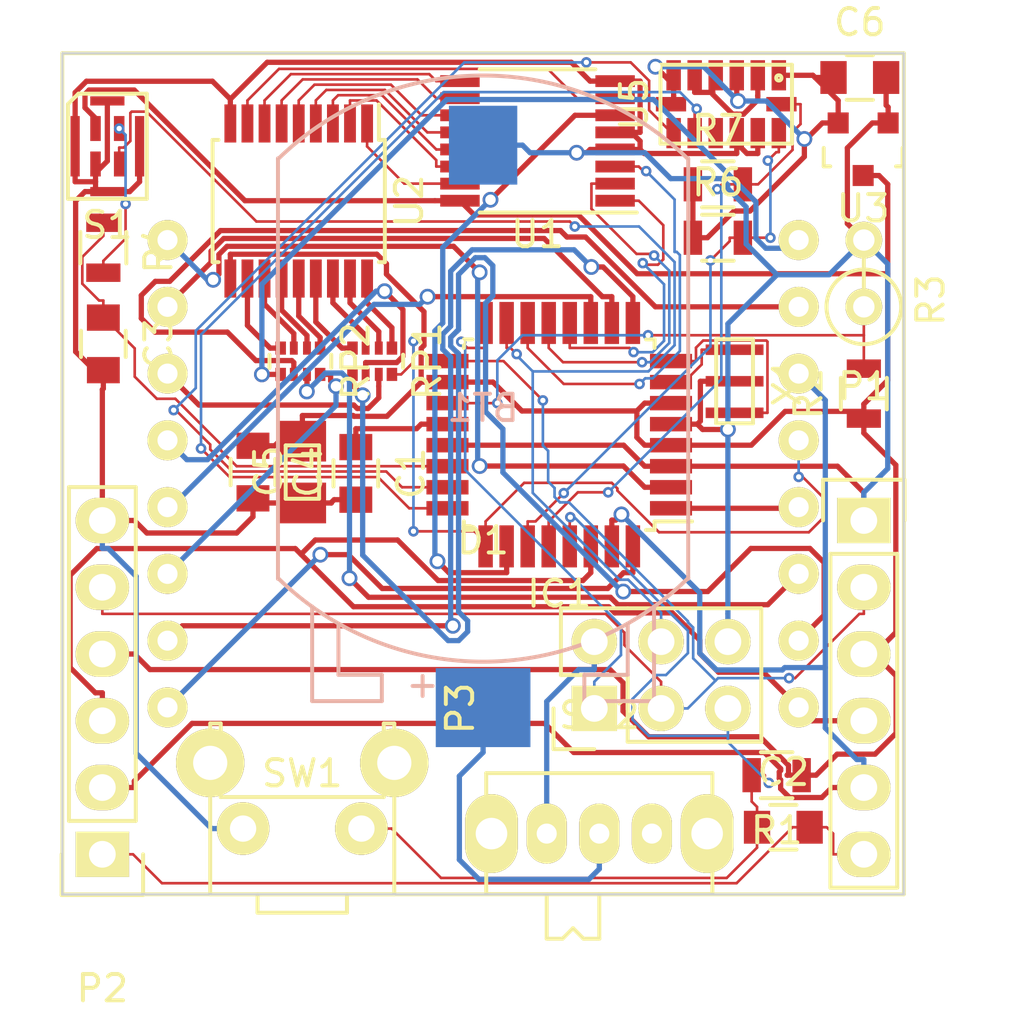
<source format=kicad_pcb>
(kicad_pcb (version 4) (host pcbnew 0.201508090901+6074~28~ubuntu14.04.1-product)

  (general
    (links 118)
    (no_connects 0)
    (area 31.580257 31.8 70.6275 70.453)
    (thickness 1.6)
    (drawings 4)
    (tracks 811)
    (zones 0)
    (modules 28)
    (nets 58)
  )

  (page A4)
  (layers
    (0 F.Cu signal)
    (31 B.Cu signal)
    (32 B.Adhes user)
    (33 F.Adhes user)
    (34 B.Paste user)
    (35 F.Paste user)
    (36 B.SilkS user)
    (37 F.SilkS user)
    (38 B.Mask user)
    (39 F.Mask user)
    (40 Dwgs.User user)
    (41 Cmts.User user)
    (42 Eco1.User user)
    (43 Eco2.User user)
    (44 Edge.Cuts user)
    (45 Margin user)
    (46 B.CrtYd user)
    (47 F.CrtYd user)
    (48 B.Fab user)
    (49 F.Fab user)
  )

  (setup
    (last_trace_width 0.2)
    (trace_clearance 0.1)
    (zone_clearance 0.508)
    (zone_45_only no)
    (trace_min 0.1)
    (segment_width 0.2)
    (edge_width 0.1)
    (via_size 0.6)
    (via_drill 0.4)
    (via_min_size 0.4)
    (via_min_drill 0.2)
    (uvia_size 0.3)
    (uvia_drill 0.1)
    (uvias_allowed no)
    (uvia_min_size 0.2)
    (uvia_min_drill 0.1)
    (pcb_text_width 0.3)
    (pcb_text_size 1.5 1.5)
    (mod_edge_width 0.15)
    (mod_text_size 1 1)
    (mod_text_width 0.15)
    (pad_size 1.5 1.5)
    (pad_drill 0.6)
    (pad_to_mask_clearance 0)
    (aux_axis_origin 0 0)
    (visible_elements FFFFFF7F)
    (pcbplotparams
      (layerselection 0x00030_80000001)
      (usegerberextensions false)
      (excludeedgelayer true)
      (linewidth 0.100000)
      (plotframeref false)
      (viasonmask false)
      (mode 1)
      (useauxorigin false)
      (hpglpennumber 1)
      (hpglpenspeed 20)
      (hpglpendiameter 15)
      (hpglpenoverlay 2)
      (psnegative false)
      (psa4output false)
      (plotreference true)
      (plotvalue true)
      (plotinvisibletext false)
      (padsonsilk false)
      (subtractmaskfromsilk false)
      (outputformat 1)
      (mirror false)
      (drillshape 1)
      (scaleselection 1)
      (outputdirectory ""))
  )

  (net 0 "")
  (net 1 GND)
  (net 2 "Net-(BT1-Pad1)")
  (net 3 "Net-(C1-Pad1)")
  (net 4 /RESET)
  (net 5 /DTR)
  (net 6 /AUDIO_IN)
  (net 7 VCC)
  (net 8 "Net-(D1-Pad3)")
  (net 9 "Net-(D1-Pad4)")
  (net 10 "Net-(D1-Pad6)")
  (net 11 "Net-(D1-Pad10)")
  (net 12 "Net-(D1-Pad11)")
  (net 13 /LED_SENSE)
  (net 14 "Net-(D1-Pad15)")
  (net 15 "Net-(D1-Pad16)")
  (net 16 /ADXL345_INT2)
  (net 17 "Net-(IC1-Pad7)")
  (net 18 "Net-(IC1-Pad8)")
  (net 19 /AUDIO_CLK)
  (net 20 "Net-(IC1-Pad12)")
  (net 21 "Net-(IC1-Pad13)")
  (net 22 "Net-(IC1-Pad14)")
  (net 23 /MISO)
  (net 24 /LIGHT_SENSE)
  (net 25 /SDA)
  (net 26 /SCL)
  (net 27 /ADXL345_INT1)
  (net 28 "Net-(R4-Pad2)")
  (net 29 /3v3)
  (net 30 "Net-(U1-Pad7)")
  (net 31 "Net-(U1-Pad9)")
  (net 32 "Net-(U1-Pad10)")
  (net 33 "Net-(U1-Pad11)")
  (net 34 "Net-(U1-Pad12)")
  (net 35 "Net-(U1-Pad13)")
  (net 36 "Net-(U1-Pad14)")
  (net 37 "Net-(U1-Pad15)")
  (net 38 /ROW5)
  (net 39 /ROW7)
  (net 40 /ROW8)
  (net 41 /ROW6)
  (net 42 /ROW3)
  (net 43 /ROW1)
  (net 44 /ROW4)
  (net 45 /ROW2)
  (net 46 /RTS)
  (net 47 "Net-(RP1-Pad1)")
  (net 48 "Net-(RP1-Pad3)")
  (net 49 "Net-(RP1-Pad2)")
  (net 50 "Net-(RP1-Pad4)")
  (net 51 "Net-(RP2-Pad1)")
  (net 52 "Net-(RP2-Pad3)")
  (net 53 "Net-(RP2-Pad2)")
  (net 54 "Net-(RP2-Pad4)")
  (net 55 "Net-(SW2-Pad3)")
  (net 56 "Net-(U5-Pad10)")
  (net 57 /LOWSIDE_EN)

  (net_class Default "This is the default net class."
    (clearance 0.1)
    (trace_width 0.2)
    (via_dia 0.6)
    (via_drill 0.4)
    (uvia_dia 0.3)
    (uvia_drill 0.1)
    (add_net /3v3)
    (add_net /LOWSIDE_EN)
    (add_net /ROW1)
    (add_net /ROW2)
    (add_net /ROW3)
    (add_net /ROW4)
    (add_net /ROW5)
    (add_net /ROW6)
    (add_net /ROW7)
    (add_net /ROW8)
    (add_net GND)
    (add_net "Net-(BT1-Pad1)")
    (add_net "Net-(C1-Pad1)")
    (add_net "Net-(D1-Pad10)")
    (add_net "Net-(D1-Pad11)")
    (add_net "Net-(D1-Pad15)")
    (add_net "Net-(D1-Pad16)")
    (add_net "Net-(D1-Pad3)")
    (add_net "Net-(D1-Pad4)")
    (add_net "Net-(D1-Pad6)")
    (add_net "Net-(SW2-Pad3)")
    (add_net "Net-(U5-Pad10)")
    (add_net VCC)
  )

  (net_class PR ""
    (clearance 0.1)
    (trace_width 0.2)
    (via_dia 0.6)
    (via_drill 0.4)
    (uvia_dia 0.3)
    (uvia_drill 0.1)
    (add_net "Net-(RP1-Pad1)")
    (add_net "Net-(RP1-Pad2)")
    (add_net "Net-(RP1-Pad3)")
    (add_net "Net-(RP1-Pad4)")
    (add_net "Net-(RP2-Pad1)")
    (add_net "Net-(RP2-Pad2)")
    (add_net "Net-(RP2-Pad3)")
    (add_net "Net-(RP2-Pad4)")
  )

  (net_class SIGNAL ""
    (clearance 0.1)
    (trace_width 0.1)
    (via_dia 0.4)
    (via_drill 0.2)
    (uvia_dia 0.3)
    (uvia_drill 0.1)
    (add_net /ADXL345_INT1)
    (add_net /ADXL345_INT2)
    (add_net /AUDIO_CLK)
    (add_net /AUDIO_IN)
    (add_net /DTR)
    (add_net /LED_SENSE)
    (add_net /LIGHT_SENSE)
    (add_net /MISO)
    (add_net /RESET)
    (add_net /RTS)
    (add_net /SCL)
    (add_net /SDA)
    (add_net "Net-(IC1-Pad12)")
    (add_net "Net-(IC1-Pad13)")
    (add_net "Net-(IC1-Pad14)")
    (add_net "Net-(IC1-Pad7)")
    (add_net "Net-(IC1-Pad8)")
    (add_net "Net-(R4-Pad2)")
    (add_net "Net-(U1-Pad10)")
    (add_net "Net-(U1-Pad11)")
    (add_net "Net-(U1-Pad12)")
    (add_net "Net-(U1-Pad13)")
    (add_net "Net-(U1-Pad14)")
    (add_net "Net-(U1-Pad15)")
    (add_net "Net-(U1-Pad7)")
    (add_net "Net-(U1-Pad9)")
  )

  (module "1088bs:8X8 LED 32mm" (layer F.Cu) (tedit 55BDEF46) (tstamp 55BFE98A)
    (at 50 50)
    (path /55BAB5AB)
    (fp_text reference D1 (at 0 2.54) (layer F.SilkS)
      (effects (font (size 1 1) (thickness 0.15)))
    )
    (fp_text value 1088BS (at 0 0) (layer F.Fab)
      (effects (font (size 1 1) (thickness 0.15)))
    )
    (fp_line (start -16 -16) (end 16 -16) (layer F.SilkS) (width 0.15))
    (fp_line (start 16 -16) (end 16 16) (layer F.SilkS) (width 0.15))
    (fp_line (start 16 16) (end -16 16) (layer F.SilkS) (width 0.15))
    (fp_line (start -16 16) (end -16 -16) (layer F.SilkS) (width 0.15))
    (pad 1 thru_hole circle (at -12 -8.89) (size 1.524 1.524) (drill 0.762) (layers *.Cu *.Mask F.SilkS)
      (net 38 /ROW5))
    (pad 2 thru_hole circle (at -12 -6.35) (size 1.524 1.524) (drill 0.762) (layers *.Cu *.Mask F.SilkS)
      (net 39 /ROW7))
    (pad 3 thru_hole circle (at -12 -3.81) (size 1.524 1.524) (drill 0.762) (layers *.Cu *.Mask F.SilkS)
      (net 8 "Net-(D1-Pad3)"))
    (pad 4 thru_hole circle (at -12 -1.27) (size 1.524 1.524) (drill 0.762) (layers *.Cu *.Mask F.SilkS)
      (net 9 "Net-(D1-Pad4)"))
    (pad 5 thru_hole circle (at -12 1.27) (size 1.524 1.524) (drill 0.762) (layers *.Cu *.Mask F.SilkS)
      (net 40 /ROW8))
    (pad 6 thru_hole circle (at -12 3.81) (size 1.524 1.524) (drill 0.762) (layers *.Cu *.Mask F.SilkS)
      (net 10 "Net-(D1-Pad6)"))
    (pad 7 thru_hole circle (at -12 6.35) (size 1.524 1.524) (drill 0.762) (layers *.Cu *.Mask F.SilkS)
      (net 41 /ROW6))
    (pad 8 thru_hole circle (at -12 8.89) (size 1.524 1.524) (drill 0.762) (layers *.Cu *.Mask F.SilkS)
      (net 42 /ROW3))
    (pad 9 thru_hole circle (at 12 8.89) (size 1.524 1.524) (drill 0.762) (layers *.Cu *.Mask F.SilkS)
      (net 43 /ROW1))
    (pad 10 thru_hole circle (at 12 6.35) (size 1.524 1.524) (drill 0.762) (layers *.Cu *.Mask F.SilkS)
      (net 11 "Net-(D1-Pad10)"))
    (pad 11 thru_hole circle (at 12 3.81) (size 1.524 1.524) (drill 0.762) (layers *.Cu *.Mask F.SilkS)
      (net 12 "Net-(D1-Pad11)"))
    (pad 12 thru_hole circle (at 12 1.27) (size 1.524 1.524) (drill 0.762) (layers *.Cu *.Mask F.SilkS)
      (net 44 /ROW4))
    (pad 13 thru_hole circle (at 12 -1.27) (size 1.524 1.524) (drill 0.762) (layers *.Cu *.Mask F.SilkS)
      (net 13 /LED_SENSE))
    (pad 14 thru_hole circle (at 12 -3.81) (size 1.524 1.524) (drill 0.762) (layers *.Cu *.Mask F.SilkS)
      (net 45 /ROW2))
    (pad 15 thru_hole circle (at 12 -6.35) (size 1.524 1.524) (drill 0.762) (layers *.Cu *.Mask F.SilkS)
      (net 14 "Net-(D1-Pad15)"))
    (pad 16 thru_hole circle (at 12 -8.89) (size 1.524 1.524) (drill 0.762) (layers *.Cu *.Mask F.SilkS)
      (net 15 "Net-(D1-Pad16)"))
  )

  (module Capacitors_SMD:C_0805 (layer F.Cu) (tedit 5415D6EA) (tstamp 55BFE95E)
    (at 45.1612 49.9872 270)
    (descr "Capacitor SMD 0805, reflow soldering, AVX (see smccp.pdf)")
    (tags "capacitor 0805")
    (path /55BB229D)
    (attr smd)
    (fp_text reference C1 (at 0 -2.1 270) (layer F.SilkS)
      (effects (font (size 1 1) (thickness 0.15)))
    )
    (fp_text value 0.1uf (at 0 2.1 270) (layer F.Fab)
      (effects (font (size 1 1) (thickness 0.15)))
    )
    (fp_line (start -1.8 -1) (end 1.8 -1) (layer F.CrtYd) (width 0.05))
    (fp_line (start -1.8 1) (end 1.8 1) (layer F.CrtYd) (width 0.05))
    (fp_line (start -1.8 -1) (end -1.8 1) (layer F.CrtYd) (width 0.05))
    (fp_line (start 1.8 -1) (end 1.8 1) (layer F.CrtYd) (width 0.05))
    (fp_line (start 0.5 -0.85) (end -0.5 -0.85) (layer F.SilkS) (width 0.15))
    (fp_line (start -0.5 0.85) (end 0.5 0.85) (layer F.SilkS) (width 0.15))
    (pad 1 smd rect (at -1 0 270) (size 1 1.25) (layers F.Cu F.Paste F.Mask)
      (net 3 "Net-(C1-Pad1)"))
    (pad 2 smd rect (at 1 0 270) (size 1 1.25) (layers F.Cu F.Paste F.Mask)
      (net 1 GND))
    (model Capacitors_SMD.3dshapes/C_0805.wrl
      (at (xyz 0 0 0))
      (scale (xyz 1 1 1))
      (rotate (xyz 0 0 0))
    )
  )

  (module Capacitors_SMD:C_0805 (layer F.Cu) (tedit 5415D6EA) (tstamp 55BFE964)
    (at 61.4172 63.4492)
    (descr "Capacitor SMD 0805, reflow soldering, AVX (see smccp.pdf)")
    (tags "capacitor 0805")
    (path /55BB257C)
    (attr smd)
    (fp_text reference C2 (at 0 -2.1) (layer F.SilkS)
      (effects (font (size 1 1) (thickness 0.15)))
    )
    (fp_text value 0.1uf (at 0 2.1) (layer F.Fab)
      (effects (font (size 1 1) (thickness 0.15)))
    )
    (fp_line (start -1.8 -1) (end 1.8 -1) (layer F.CrtYd) (width 0.05))
    (fp_line (start -1.8 1) (end 1.8 1) (layer F.CrtYd) (width 0.05))
    (fp_line (start -1.8 -1) (end -1.8 1) (layer F.CrtYd) (width 0.05))
    (fp_line (start 1.8 -1) (end 1.8 1) (layer F.CrtYd) (width 0.05))
    (fp_line (start 0.5 -0.85) (end -0.5 -0.85) (layer F.SilkS) (width 0.15))
    (fp_line (start -0.5 0.85) (end 0.5 0.85) (layer F.SilkS) (width 0.15))
    (pad 1 smd rect (at -1 0) (size 1 1.25) (layers F.Cu F.Paste F.Mask)
      (net 4 /RESET))
    (pad 2 smd rect (at 1 0) (size 1 1.25) (layers F.Cu F.Paste F.Mask)
      (net 5 /DTR))
    (model Capacitors_SMD.3dshapes/C_0805.wrl
      (at (xyz 0 0 0))
      (scale (xyz 1 1 1))
      (rotate (xyz 0 0 0))
    )
  )

  (module Capacitors_SMD:C_0805 (layer F.Cu) (tedit 5415D6EA) (tstamp 55BFE96A)
    (at 35.56 45.0596 270)
    (descr "Capacitor SMD 0805, reflow soldering, AVX (see smccp.pdf)")
    (tags "capacitor 0805")
    (path /55BD98E1)
    (attr smd)
    (fp_text reference C3 (at 0 -2.1 270) (layer F.SilkS)
      (effects (font (size 1 1) (thickness 0.15)))
    )
    (fp_text value C (at 0 2.1 270) (layer F.Fab)
      (effects (font (size 1 1) (thickness 0.15)))
    )
    (fp_line (start -1.8 -1) (end 1.8 -1) (layer F.CrtYd) (width 0.05))
    (fp_line (start -1.8 1) (end 1.8 1) (layer F.CrtYd) (width 0.05))
    (fp_line (start -1.8 -1) (end -1.8 1) (layer F.CrtYd) (width 0.05))
    (fp_line (start 1.8 -1) (end 1.8 1) (layer F.CrtYd) (width 0.05))
    (fp_line (start 0.5 -0.85) (end -0.5 -0.85) (layer F.SilkS) (width 0.15))
    (fp_line (start -0.5 0.85) (end 0.5 0.85) (layer F.SilkS) (width 0.15))
    (pad 1 smd rect (at -1 0 270) (size 1 1.25) (layers F.Cu F.Paste F.Mask)
      (net 6 /AUDIO_IN))
    (pad 2 smd rect (at 1 0 270) (size 1 1.25) (layers F.Cu F.Paste F.Mask)
      (net 1 GND))
    (model Capacitors_SMD.3dshapes/C_0805.wrl
      (at (xyz 0 0 0))
      (scale (xyz 1 1 1))
      (rotate (xyz 0 0 0))
    )
  )

  (module Capacitors_SMD:C_0805 (layer F.Cu) (tedit 5415D6EA) (tstamp 55BFE970)
    (at 41.2496 49.9364 270)
    (descr "Capacitor SMD 0805, reflow soldering, AVX (see smccp.pdf)")
    (tags "capacitor 0805")
    (path /55BDE140)
    (attr smd)
    (fp_text reference C4 (at 0 -2.1 270) (layer F.SilkS)
      (effects (font (size 1 1) (thickness 0.15)))
    )
    (fp_text value C (at 0 2.1 270) (layer F.Fab)
      (effects (font (size 1 1) (thickness 0.15)))
    )
    (fp_line (start -1.8 -1) (end 1.8 -1) (layer F.CrtYd) (width 0.05))
    (fp_line (start -1.8 1) (end 1.8 1) (layer F.CrtYd) (width 0.05))
    (fp_line (start -1.8 -1) (end -1.8 1) (layer F.CrtYd) (width 0.05))
    (fp_line (start 1.8 -1) (end 1.8 1) (layer F.CrtYd) (width 0.05))
    (fp_line (start 0.5 -0.85) (end -0.5 -0.85) (layer F.SilkS) (width 0.15))
    (fp_line (start -0.5 0.85) (end 0.5 0.85) (layer F.SilkS) (width 0.15))
    (pad 1 smd rect (at -1 0 270) (size 1 1.25) (layers F.Cu F.Paste F.Mask)
      (net 7 VCC))
    (pad 2 smd rect (at 1 0 270) (size 1 1.25) (layers F.Cu F.Paste F.Mask)
      (net 1 GND))
    (model Capacitors_SMD.3dshapes/C_0805.wrl
      (at (xyz 0 0 0))
      (scale (xyz 1 1 1))
      (rotate (xyz 0 0 0))
    )
  )

  (module Housings_QFP:TQFP-32_7x7mm_Pitch0.8mm (layer F.Cu) (tedit 54130A77) (tstamp 55BFE9AE)
    (at 52.8955 48.514 180)
    (descr "32-Lead Plastic Thin Quad Flatpack (PT) - 7x7x1.0 mm Body, 2.00 mm [TQFP] (see Microchip Packaging Specification 00000049BS.pdf)")
    (tags "QFP 0.8")
    (path /55BA3CED)
    (attr smd)
    (fp_text reference IC1 (at 0 -6.05 180) (layer F.SilkS)
      (effects (font (size 1 1) (thickness 0.15)))
    )
    (fp_text value ATMEGA328P-A (at 0 6.05 180) (layer F.Fab)
      (effects (font (size 1 1) (thickness 0.15)))
    )
    (fp_line (start -5.3 -5.3) (end -5.3 5.3) (layer F.CrtYd) (width 0.05))
    (fp_line (start 5.3 -5.3) (end 5.3 5.3) (layer F.CrtYd) (width 0.05))
    (fp_line (start -5.3 -5.3) (end 5.3 -5.3) (layer F.CrtYd) (width 0.05))
    (fp_line (start -5.3 5.3) (end 5.3 5.3) (layer F.CrtYd) (width 0.05))
    (fp_line (start -3.625 -3.625) (end -3.625 -3.3) (layer F.SilkS) (width 0.15))
    (fp_line (start 3.625 -3.625) (end 3.625 -3.3) (layer F.SilkS) (width 0.15))
    (fp_line (start 3.625 3.625) (end 3.625 3.3) (layer F.SilkS) (width 0.15))
    (fp_line (start -3.625 3.625) (end -3.625 3.3) (layer F.SilkS) (width 0.15))
    (fp_line (start -3.625 -3.625) (end -3.3 -3.625) (layer F.SilkS) (width 0.15))
    (fp_line (start -3.625 3.625) (end -3.3 3.625) (layer F.SilkS) (width 0.15))
    (fp_line (start 3.625 3.625) (end 3.3 3.625) (layer F.SilkS) (width 0.15))
    (fp_line (start 3.625 -3.625) (end 3.3 -3.625) (layer F.SilkS) (width 0.15))
    (fp_line (start -3.625 -3.3) (end -5.05 -3.3) (layer F.SilkS) (width 0.15))
    (pad 1 smd rect (at -4.25 -2.8 180) (size 1.6 0.55) (layers F.Cu F.Paste F.Mask)
      (net 44 /ROW4))
    (pad 2 smd rect (at -4.25 -2 180) (size 1.6 0.55) (layers F.Cu F.Paste F.Mask)
      (net 38 /ROW5))
    (pad 3 smd rect (at -4.25 -1.2 180) (size 1.6 0.55) (layers F.Cu F.Paste F.Mask)
      (net 1 GND))
    (pad 4 smd rect (at -4.25 -0.4 180) (size 1.6 0.55) (layers F.Cu F.Paste F.Mask)
      (net 7 VCC))
    (pad 5 smd rect (at -4.25 0.4 180) (size 1.6 0.55) (layers F.Cu F.Paste F.Mask)
      (net 1 GND))
    (pad 6 smd rect (at -4.25 1.2 180) (size 1.6 0.55) (layers F.Cu F.Paste F.Mask)
      (net 7 VCC))
    (pad 7 smd rect (at -4.25 2 180) (size 1.6 0.55) (layers F.Cu F.Paste F.Mask)
      (net 17 "Net-(IC1-Pad7)"))
    (pad 8 smd rect (at -4.25 2.8 180) (size 1.6 0.55) (layers F.Cu F.Paste F.Mask)
      (net 18 "Net-(IC1-Pad8)"))
    (pad 9 smd rect (at -2.8 4.25 270) (size 1.6 0.55) (layers F.Cu F.Paste F.Mask)
      (net 41 /ROW6))
    (pad 10 smd rect (at -2 4.25 270) (size 1.6 0.55) (layers F.Cu F.Paste F.Mask)
      (net 39 /ROW7))
    (pad 11 smd rect (at -1.2 4.25 270) (size 1.6 0.55) (layers F.Cu F.Paste F.Mask)
      (net 40 /ROW8))
    (pad 12 smd rect (at -0.4 4.25 270) (size 1.6 0.55) (layers F.Cu F.Paste F.Mask)
      (net 20 "Net-(IC1-Pad12)"))
    (pad 13 smd rect (at 0.4 4.25 270) (size 1.6 0.55) (layers F.Cu F.Paste F.Mask)
      (net 21 "Net-(IC1-Pad13)"))
    (pad 14 smd rect (at 1.2 4.25 270) (size 1.6 0.55) (layers F.Cu F.Paste F.Mask)
      (net 22 "Net-(IC1-Pad14)"))
    (pad 15 smd rect (at 2 4.25 270) (size 1.6 0.55) (layers F.Cu F.Paste F.Mask)
      (net 19 /AUDIO_CLK))
    (pad 16 smd rect (at 2.8 4.25 270) (size 1.6 0.55) (layers F.Cu F.Paste F.Mask)
      (net 23 /MISO))
    (pad 17 smd rect (at 4.25 2.8 180) (size 1.6 0.55) (layers F.Cu F.Paste F.Mask)
      (net 46 /RTS))
    (pad 18 smd rect (at 4.25 2 180) (size 1.6 0.55) (layers F.Cu F.Paste F.Mask)
      (net 7 VCC))
    (pad 19 smd rect (at 4.25 1.2 180) (size 1.6 0.55) (layers F.Cu F.Paste F.Mask)
      (net 24 /LIGHT_SENSE))
    (pad 20 smd rect (at 4.25 0.4 180) (size 1.6 0.55) (layers F.Cu F.Paste F.Mask)
      (net 3 "Net-(C1-Pad1)"))
    (pad 21 smd rect (at 4.25 -0.4 180) (size 1.6 0.55) (layers F.Cu F.Paste F.Mask)
      (net 1 GND))
    (pad 22 smd rect (at 4.25 -1.2 180) (size 1.6 0.55) (layers F.Cu F.Paste F.Mask)
      (net 6 /AUDIO_IN))
    (pad 23 smd rect (at 4.25 -2 180) (size 1.6 0.55) (layers F.Cu F.Paste F.Mask)
      (net 27 /ADXL345_INT1))
    (pad 24 smd rect (at 4.25 -2.8 180) (size 1.6 0.55) (layers F.Cu F.Paste F.Mask)
      (net 16 /ADXL345_INT2))
    (pad 25 smd rect (at 2.8 -4.25 270) (size 1.6 0.55) (layers F.Cu F.Paste F.Mask)
      (net 13 /LED_SENSE))
    (pad 26 smd rect (at 2 -4.25 270) (size 1.6 0.55) (layers F.Cu F.Paste F.Mask)
      (net 57 /LOWSIDE_EN))
    (pad 27 smd rect (at 1.2 -4.25 270) (size 1.6 0.55) (layers F.Cu F.Paste F.Mask)
      (net 25 /SDA))
    (pad 28 smd rect (at 0.4 -4.25 270) (size 1.6 0.55) (layers F.Cu F.Paste F.Mask)
      (net 26 /SCL))
    (pad 29 smd rect (at -0.4 -4.25 270) (size 1.6 0.55) (layers F.Cu F.Paste F.Mask)
      (net 4 /RESET))
    (pad 30 smd rect (at -1.2 -4.25 270) (size 1.6 0.55) (layers F.Cu F.Paste F.Mask)
      (net 43 /ROW1))
    (pad 31 smd rect (at -2 -4.25 270) (size 1.6 0.55) (layers F.Cu F.Paste F.Mask)
      (net 45 /ROW2))
    (pad 32 smd rect (at -2.8 -4.25 270) (size 1.6 0.55) (layers F.Cu F.Paste F.Mask)
      (net 42 /ROW3))
    (model Housings_QFP.3dshapes/TQFP-32_7x7mm_Pitch0.8mm.wrl
      (at (xyz 0 0 0))
      (scale (xyz 1 1 1))
      (rotate (xyz 0 0 0))
    )
  )

  (module Pin_Headers:Pin_Header_Straight_2x03 (layer F.Cu) (tedit 54EA0A4B) (tstamp 55BFE9CC)
    (at 54.229 58.928 90)
    (descr "Through hole pin header")
    (tags "pin header")
    (path /55BDEF01)
    (fp_text reference P3 (at 0 -5.1 90) (layer F.SilkS)
      (effects (font (size 1 1) (thickness 0.15)))
    )
    (fp_text value ICSP (at 0 -3.1 90) (layer F.Fab)
      (effects (font (size 1 1) (thickness 0.15)))
    )
    (fp_line (start -1.27 1.27) (end -1.27 6.35) (layer F.SilkS) (width 0.15))
    (fp_line (start -1.55 -1.55) (end 0 -1.55) (layer F.SilkS) (width 0.15))
    (fp_line (start -1.75 -1.75) (end -1.75 6.85) (layer F.CrtYd) (width 0.05))
    (fp_line (start 4.3 -1.75) (end 4.3 6.85) (layer F.CrtYd) (width 0.05))
    (fp_line (start -1.75 -1.75) (end 4.3 -1.75) (layer F.CrtYd) (width 0.05))
    (fp_line (start -1.75 6.85) (end 4.3 6.85) (layer F.CrtYd) (width 0.05))
    (fp_line (start 1.27 -1.27) (end 1.27 1.27) (layer F.SilkS) (width 0.15))
    (fp_line (start 1.27 1.27) (end -1.27 1.27) (layer F.SilkS) (width 0.15))
    (fp_line (start -1.27 6.35) (end 3.81 6.35) (layer F.SilkS) (width 0.15))
    (fp_line (start 3.81 6.35) (end 3.81 1.27) (layer F.SilkS) (width 0.15))
    (fp_line (start -1.55 -1.55) (end -1.55 0) (layer F.SilkS) (width 0.15))
    (fp_line (start 3.81 -1.27) (end 1.27 -1.27) (layer F.SilkS) (width 0.15))
    (fp_line (start 3.81 1.27) (end 3.81 -1.27) (layer F.SilkS) (width 0.15))
    (pad 1 thru_hole rect (at 0 0 90) (size 1.7272 1.7272) (drill 1.016) (layers *.Cu *.Mask F.SilkS)
      (net 23 /MISO))
    (pad 2 thru_hole oval (at 2.54 0 90) (size 1.7272 1.7272) (drill 1.016) (layers *.Cu *.Mask F.SilkS)
      (net 7 VCC))
    (pad 3 thru_hole oval (at 0 2.54 90) (size 1.7272 1.7272) (drill 1.016) (layers *.Cu *.Mask F.SilkS)
      (net 46 /RTS))
    (pad 4 thru_hole oval (at 2.54 2.54 90) (size 1.7272 1.7272) (drill 1.016) (layers *.Cu *.Mask F.SilkS)
      (net 19 /AUDIO_CLK))
    (pad 5 thru_hole oval (at 0 5.08 90) (size 1.7272 1.7272) (drill 1.016) (layers *.Cu *.Mask F.SilkS)
      (net 4 /RESET))
    (pad 6 thru_hole oval (at 2.54 5.08 90) (size 1.7272 1.7272) (drill 1.016) (layers *.Cu *.Mask F.SilkS)
      (net 1 GND))
    (model Pin_Headers.3dshapes/Pin_Header_Straight_2x03.wrl
      (at (xyz 0.05 -0.1 0))
      (scale (xyz 1 1 1))
      (rotate (xyz 0 0 90))
    )
  )

  (module Resistors_SMD:R_0805 (layer F.Cu) (tedit 5415CDEB) (tstamp 55BFE9D2)
    (at 61.1632 61.468 180)
    (descr "Resistor SMD 0805, reflow soldering, Vishay (see dcrcw.pdf)")
    (tags "resistor 0805")
    (path /55BB2602)
    (attr smd)
    (fp_text reference R1 (at 0 -2.1 180) (layer F.SilkS)
      (effects (font (size 1 1) (thickness 0.15)))
    )
    (fp_text value R (at 0 2.1 180) (layer F.Fab)
      (effects (font (size 1 1) (thickness 0.15)))
    )
    (fp_line (start -1.6 -1) (end 1.6 -1) (layer F.CrtYd) (width 0.05))
    (fp_line (start -1.6 1) (end 1.6 1) (layer F.CrtYd) (width 0.05))
    (fp_line (start -1.6 -1) (end -1.6 1) (layer F.CrtYd) (width 0.05))
    (fp_line (start 1.6 -1) (end 1.6 1) (layer F.CrtYd) (width 0.05))
    (fp_line (start 0.6 0.875) (end -0.6 0.875) (layer F.SilkS) (width 0.15))
    (fp_line (start -0.6 -0.875) (end 0.6 -0.875) (layer F.SilkS) (width 0.15))
    (pad 1 smd rect (at -0.95 0 180) (size 0.7 1.3) (layers F.Cu F.Paste F.Mask)
      (net 7 VCC))
    (pad 2 smd rect (at 0.95 0 180) (size 0.7 1.3) (layers F.Cu F.Paste F.Mask)
      (net 4 /RESET))
    (model Resistors_SMD.3dshapes/R_0805.wrl
      (at (xyz 0 0 0))
      (scale (xyz 1 1 1))
      (rotate (xyz 0 0 0))
    )
  )

  (module Resistors_SMD:R_0805 (layer F.Cu) (tedit 5415CDEB) (tstamp 55BFE9D8)
    (at 64.478 46.952 90)
    (descr "Resistor SMD 0805, reflow soldering, Vishay (see dcrcw.pdf)")
    (tags "resistor 0805")
    (path /55BB4316)
    (attr smd)
    (fp_text reference R2 (at 0 -2.1 90) (layer F.SilkS)
      (effects (font (size 1 1) (thickness 0.15)))
    )
    (fp_text value R (at 0 2.1 90) (layer F.Fab)
      (effects (font (size 1 1) (thickness 0.15)))
    )
    (fp_line (start -1.6 -1) (end 1.6 -1) (layer F.CrtYd) (width 0.05))
    (fp_line (start -1.6 1) (end 1.6 1) (layer F.CrtYd) (width 0.05))
    (fp_line (start -1.6 -1) (end -1.6 1) (layer F.CrtYd) (width 0.05))
    (fp_line (start 1.6 -1) (end 1.6 1) (layer F.CrtYd) (width 0.05))
    (fp_line (start 0.6 0.875) (end -0.6 0.875) (layer F.SilkS) (width 0.15))
    (fp_line (start -0.6 -0.875) (end 0.6 -0.875) (layer F.SilkS) (width 0.15))
    (pad 1 smd rect (at -0.95 0 90) (size 0.7 1.3) (layers F.Cu F.Paste F.Mask)
      (net 7 VCC))
    (pad 2 smd rect (at 0.95 0 90) (size 0.7 1.3) (layers F.Cu F.Paste F.Mask)
      (net 24 /LIGHT_SENSE))
    (model Resistors_SMD.3dshapes/R_0805.wrl
      (at (xyz 0 0 0))
      (scale (xyz 1 1 1))
      (rotate (xyz 0 0 0))
    )
  )

  (module Discret:R1 (layer F.Cu) (tedit 0) (tstamp 55BFE9DE)
    (at 64.478 42.38 90)
    (descr "Resistance verticale")
    (tags R)
    (path /55BB400B)
    (fp_text reference R3 (at -1.016 2.54 90) (layer F.SilkS)
      (effects (font (size 1 1) (thickness 0.15)))
    )
    (fp_text value Photores (at -1.143 2.54 90) (layer F.Fab)
      (effects (font (size 1 1) (thickness 0.15)))
    )
    (fp_line (start -1.27 0) (end 1.27 0) (layer F.SilkS) (width 0.15))
    (fp_circle (center -1.27 0) (end -0.635 1.27) (layer F.SilkS) (width 0.15))
    (pad 1 thru_hole circle (at -1.27 0 90) (size 1.397 1.397) (drill 0.8128) (layers *.Cu *.Mask F.SilkS)
      (net 24 /LIGHT_SENSE))
    (pad 2 thru_hole circle (at 1.27 0 90) (size 1.397 1.397) (drill 0.8128) (layers *.Cu *.Mask F.SilkS)
      (net 1 GND))
    (model Discret.3dshapes/R1.wrl
      (at (xyz 0 0 0))
      (scale (xyz 1 1 1))
      (rotate (xyz 0 0 0))
    )
  )

  (module Resistors_SMD:R_0805 (layer F.Cu) (tedit 5415CDEB) (tstamp 55BFE9E4)
    (at 35.56 41.402 270)
    (descr "Resistor SMD 0805, reflow soldering, Vishay (see dcrcw.pdf)")
    (tags "resistor 0805")
    (path /55BD997C)
    (attr smd)
    (fp_text reference R4 (at 0 -2.1 270) (layer F.SilkS)
      (effects (font (size 1 1) (thickness 0.15)))
    )
    (fp_text value R (at 0 2.1 270) (layer F.Fab)
      (effects (font (size 1 1) (thickness 0.15)))
    )
    (fp_line (start -1.6 -1) (end 1.6 -1) (layer F.CrtYd) (width 0.05))
    (fp_line (start -1.6 1) (end 1.6 1) (layer F.CrtYd) (width 0.05))
    (fp_line (start -1.6 -1) (end -1.6 1) (layer F.CrtYd) (width 0.05))
    (fp_line (start 1.6 -1) (end 1.6 1) (layer F.CrtYd) (width 0.05))
    (fp_line (start 0.6 0.875) (end -0.6 0.875) (layer F.SilkS) (width 0.15))
    (fp_line (start -0.6 -0.875) (end 0.6 -0.875) (layer F.SilkS) (width 0.15))
    (pad 1 smd rect (at -0.95 0 270) (size 0.7 1.3) (layers F.Cu F.Paste F.Mask)
      (net 6 /AUDIO_IN))
    (pad 2 smd rect (at 0.95 0 270) (size 0.7 1.3) (layers F.Cu F.Paste F.Mask)
      (net 28 "Net-(R4-Pad2)"))
    (model Resistors_SMD.3dshapes/R_0805.wrl
      (at (xyz 0 0 0))
      (scale (xyz 1 1 1))
      (rotate (xyz 0 0 0))
    )
  )

  (module Resistors_SMD:R_0805 (layer F.Cu) (tedit 5415CDEB) (tstamp 55BFE9F0)
    (at 58.928 41.021)
    (descr "Resistor SMD 0805, reflow soldering, Vishay (see dcrcw.pdf)")
    (tags "resistor 0805")
    (path /55BDB888)
    (attr smd)
    (fp_text reference R6 (at 0 -2.1) (layer F.SilkS)
      (effects (font (size 1 1) (thickness 0.15)))
    )
    (fp_text value R (at 0 2.1) (layer F.Fab)
      (effects (font (size 1 1) (thickness 0.15)))
    )
    (fp_line (start -1.6 -1) (end 1.6 -1) (layer F.CrtYd) (width 0.05))
    (fp_line (start -1.6 1) (end 1.6 1) (layer F.CrtYd) (width 0.05))
    (fp_line (start -1.6 -1) (end -1.6 1) (layer F.CrtYd) (width 0.05))
    (fp_line (start 1.6 -1) (end 1.6 1) (layer F.CrtYd) (width 0.05))
    (fp_line (start 0.6 0.875) (end -0.6 0.875) (layer F.SilkS) (width 0.15))
    (fp_line (start -0.6 -0.875) (end 0.6 -0.875) (layer F.SilkS) (width 0.15))
    (pad 1 smd rect (at -0.95 0) (size 0.7 1.3) (layers F.Cu F.Paste F.Mask)
      (net 29 /3v3))
    (pad 2 smd rect (at 0.95 0) (size 0.7 1.3) (layers F.Cu F.Paste F.Mask)
      (net 25 /SDA))
    (model Resistors_SMD.3dshapes/R_0805.wrl
      (at (xyz 0 0 0))
      (scale (xyz 1 1 1))
      (rotate (xyz 0 0 0))
    )
  )

  (module Resistors_SMD:R_0805 (layer F.Cu) (tedit 5415CDEB) (tstamp 55BFE9F6)
    (at 58.928 38.989)
    (descr "Resistor SMD 0805, reflow soldering, Vishay (see dcrcw.pdf)")
    (tags "resistor 0805")
    (path /55BDB819)
    (attr smd)
    (fp_text reference R7 (at 0 -2.1) (layer F.SilkS)
      (effects (font (size 1 1) (thickness 0.15)))
    )
    (fp_text value R (at 0 2.1) (layer F.Fab)
      (effects (font (size 1 1) (thickness 0.15)))
    )
    (fp_line (start -1.6 -1) (end 1.6 -1) (layer F.CrtYd) (width 0.05))
    (fp_line (start -1.6 1) (end 1.6 1) (layer F.CrtYd) (width 0.05))
    (fp_line (start -1.6 -1) (end -1.6 1) (layer F.CrtYd) (width 0.05))
    (fp_line (start 1.6 -1) (end 1.6 1) (layer F.CrtYd) (width 0.05))
    (fp_line (start 0.6 0.875) (end -0.6 0.875) (layer F.SilkS) (width 0.15))
    (fp_line (start -0.6 -0.875) (end 0.6 -0.875) (layer F.SilkS) (width 0.15))
    (pad 1 smd rect (at -0.95 0) (size 0.7 1.3) (layers F.Cu F.Paste F.Mask)
      (net 29 /3v3))
    (pad 2 smd rect (at 0.95 0) (size 0.7 1.3) (layers F.Cu F.Paste F.Mask)
      (net 26 /SCL))
    (model Resistors_SMD.3dshapes/R_0805.wrl
      (at (xyz 0 0 0))
      (scale (xyz 1 1 1))
      (rotate (xyz 0 0 0))
    )
  )

  (module MP34DT01:MP34DT01 (layer F.Cu) (tedit 55BFE4EC) (tstamp 55BFEA02)
    (at 35.7124 37.5412)
    (path /55BD9421)
    (fp_text reference S1 (at 0 3) (layer F.SilkS)
      (effects (font (size 1 1) (thickness 0.15)))
    )
    (fp_text value MP34DT01 (at -0.1 -2.7) (layer F.Fab)
      (effects (font (size 1 1) (thickness 0.15)))
    )
    (fp_line (start -1.5 2) (end -1.5 -1.6) (layer F.SilkS) (width 0.15))
    (fp_line (start 1.5 -2) (end -1.1 -2) (layer F.SilkS) (width 0.15))
    (fp_line (start -1.5 -1.6) (end -1.1 -2) (layer F.SilkS) (width 0.15))
    (fp_line (start 1.5 -2) (end 1.5 2) (layer F.SilkS) (width 0.15))
    (fp_line (start 1.5 2) (end -1.5 2) (layer F.SilkS) (width 0.15))
    (pad 1 smd rect (at -0.45 -0.675) (size 0.4 0.95) (layers F.Cu F.Paste F.Mask)
      (net 7 VCC))
    (pad 4 smd rect (at 0.45 -0.675) (size 0.4 0.95) (layers F.Cu F.Paste F.Mask)
      (net 28 "Net-(R4-Pad2)"))
    (pad 3 smd rect (at 0.45 0.675) (size 0.4 0.95) (layers F.Cu F.Paste F.Mask)
      (net 19 /AUDIO_CLK))
    (pad 2 smd rect (at -0.45 0.675) (size 0.4 0.95) (layers F.Cu F.Paste F.Mask)
      (net 1 GND))
    (pad 5 smd rect (at -1.225 0) (size 0.35 2.3) (layers F.Cu F.Paste F.Mask)
      (net 1 GND))
    (pad 5 smd rect (at 1.225 0) (size 0.35 2.3) (layers F.Cu F.Paste F.Mask)
      (net 1 GND))
    (pad 5 smd rect (at 0 -1.725) (size 1.3 0.35) (layers F.Cu F.Paste F.Mask)
      (net 1 GND))
    (pad 5 smd rect (at 0 1.725) (size 1.3 0.35) (layers F.Cu F.Paste F.Mask)
      (net 1 GND))
  )

  (module SideButton:SidePushButton (layer F.Cu) (tedit 55BF82AE) (tstamp 55BFEA0A)
    (at 43.1235 63.5)
    (path /55BB2645)
    (fp_text reference SW1 (at 0 -2.1) (layer F.SilkS)
      (effects (font (size 1 1) (thickness 0.15)))
    )
    (fp_text value SW_PUSH (at 0 -4.8) (layer F.Fab)
      (effects (font (size 1 1) (thickness 0.15)))
    )
    (fp_line (start -1.7 2.5) (end -1.7 3.2) (layer F.SilkS) (width 0.15))
    (fp_line (start -1.7 3.2) (end 1.7 3.2) (layer F.SilkS) (width 0.15))
    (fp_line (start 1.7 3.2) (end 1.7 2.5) (layer F.SilkS) (width 0.15))
    (fp_line (start -3.1 -1.2) (end -3.1 -4) (layer F.SilkS) (width 0.15))
    (fp_line (start -3.1 -4) (end -3.5 -4) (layer F.SilkS) (width 0.15))
    (fp_line (start -3.5 -4) (end -3.5 2.5) (layer F.SilkS) (width 0.15))
    (fp_line (start -3.5 2.5) (end 3.5 2.5) (layer F.SilkS) (width 0.15))
    (fp_line (start 3.5 2.5) (end 3.5 -4) (layer F.SilkS) (width 0.15))
    (fp_line (start 3.5 -4) (end 3.1 -4) (layer F.SilkS) (width 0.15))
    (fp_line (start 3.1 -4) (end 3.1 -1.2) (layer F.SilkS) (width 0.15))
    (fp_line (start 3.1 -1.2) (end -3.1 -1.2) (layer F.SilkS) (width 0.15))
    (pad "" thru_hole oval (at -3.5 -2.5) (size 2.6 2.6) (drill 1.3) (layers *.Cu *.Mask F.SilkS))
    (pad "" thru_hole oval (at 3.5 -2.5) (size 2.6 2.6) (drill 1.3) (layers *.Cu *.Mask F.SilkS))
    (pad 1 thru_hole oval (at -2.25 0) (size 2 2) (drill 1) (layers *.Cu *.Mask F.SilkS)
      (net 1 GND))
    (pad 2 thru_hole oval (at 2.25 0) (size 2 2) (drill 1) (layers *.Cu *.Mask F.SilkS)
      (net 4 /RESET))
  )

  (module 1P2T:1P2T_SideSwitch (layer F.Cu) (tedit 55BF76FE) (tstamp 55BFEA13)
    (at 54.4195 63.6905)
    (path /55BF7176)
    (fp_text reference SW2 (at 0 -4.5) (layer F.SilkS)
      (effects (font (size 1 1) (thickness 0.15)))
    )
    (fp_text value SWITCH_INV (at 0 -3.2) (layer F.Fab)
      (effects (font (size 1 1) (thickness 0.15)))
    )
    (fp_line (start -2 2.3) (end -2 4) (layer F.SilkS) (width 0.15))
    (fp_line (start -2 4) (end -1.4 4) (layer F.SilkS) (width 0.15))
    (fp_line (start -1.4 4) (end -1 3.6) (layer F.SilkS) (width 0.15))
    (fp_line (start -1 3.6) (end -0.6 4) (layer F.SilkS) (width 0.15))
    (fp_line (start -0.6 4) (end 0 4) (layer F.SilkS) (width 0.15))
    (fp_line (start 0 4) (end 0 2.3) (layer F.SilkS) (width 0.15))
    (fp_line (start -4.3 -2.3) (end 4.3 -2.3) (layer F.SilkS) (width 0.15))
    (fp_line (start 4.3 -2.3) (end 4.3 2.3) (layer F.SilkS) (width 0.15))
    (fp_line (start 4.3 2.3) (end -4.3 2.3) (layer F.SilkS) (width 0.15))
    (fp_line (start -4.3 2.3) (end -4.3 -2.3) (layer F.SilkS) (width 0.15))
    (pad 2 thru_hole oval (at 0 0) (size 1.524 2.286) (drill 0.762) (layers *.Cu *.Mask F.SilkS)
      (net 2 "Net-(BT1-Pad1)"))
    (pad 3 thru_hole oval (at 2 0) (size 1.524 2.286) (drill 0.762) (layers *.Cu *.Mask F.SilkS)
      (net 55 "Net-(SW2-Pad3)"))
    (pad 1 thru_hole oval (at -2 0) (size 1.524 2.286) (drill 0.762) (layers *.Cu *.Mask F.SilkS)
      (net 7 VCC))
    (pad "" thru_hole oval (at 4.1 0) (size 2 3) (drill 1.2) (layers *.Cu *.Mask F.SilkS))
    (pad "" thru_hole oval (at -4.1 0) (size 2 3) (drill 1.2) (layers *.Cu *.Mask F.SilkS))
  )

  (module Housings_SSOP:TSSOP-16_4.4x5mm_Pitch0.65mm (layer F.Cu) (tedit 54130A77) (tstamp 55BFEA27)
    (at 52.07 37.338 180)
    (descr "16-Lead Plastic Thin Shrink Small Outline (ST)-4.4 mm Body [TSSOP] (see Microchip Packaging Specification 00000049BS.pdf)")
    (tags "SSOP 0.65")
    (path /55BA3C84)
    (attr smd)
    (fp_text reference U1 (at 0 -3.55 180) (layer F.SilkS)
      (effects (font (size 1 1) (thickness 0.15)))
    )
    (fp_text value 74HC238 (at 0 3.55 180) (layer F.Fab)
      (effects (font (size 1 1) (thickness 0.15)))
    )
    (fp_line (start -3.95 -2.8) (end -3.95 2.8) (layer F.CrtYd) (width 0.05))
    (fp_line (start 3.95 -2.8) (end 3.95 2.8) (layer F.CrtYd) (width 0.05))
    (fp_line (start -3.95 -2.8) (end 3.95 -2.8) (layer F.CrtYd) (width 0.05))
    (fp_line (start -3.95 2.8) (end 3.95 2.8) (layer F.CrtYd) (width 0.05))
    (fp_line (start -2.2 2.725) (end 2.2 2.725) (layer F.SilkS) (width 0.15))
    (fp_line (start -3.775 -2.725) (end 2.2 -2.725) (layer F.SilkS) (width 0.15))
    (pad 1 smd rect (at -2.95 -2.275 180) (size 1.5 0.45) (layers F.Cu F.Paste F.Mask)
      (net 20 "Net-(IC1-Pad12)"))
    (pad 2 smd rect (at -2.95 -1.625 180) (size 1.5 0.45) (layers F.Cu F.Paste F.Mask)
      (net 21 "Net-(IC1-Pad13)"))
    (pad 3 smd rect (at -2.95 -0.975 180) (size 1.5 0.45) (layers F.Cu F.Paste F.Mask)
      (net 22 "Net-(IC1-Pad14)"))
    (pad 4 smd rect (at -2.95 -0.325 180) (size 1.5 0.45) (layers F.Cu F.Paste F.Mask)
      (net 1 GND))
    (pad 5 smd rect (at -2.95 0.325 180) (size 1.5 0.45) (layers F.Cu F.Paste F.Mask)
      (net 1 GND))
    (pad 6 smd rect (at -2.95 0.975 180) (size 1.5 0.45) (layers F.Cu F.Paste F.Mask)
      (net 57 /LOWSIDE_EN))
    (pad 7 smd rect (at -2.95 1.625 180) (size 1.5 0.45) (layers F.Cu F.Paste F.Mask)
      (net 30 "Net-(U1-Pad7)"))
    (pad 8 smd rect (at -2.95 2.275 180) (size 1.5 0.45) (layers F.Cu F.Paste F.Mask)
      (net 1 GND))
    (pad 9 smd rect (at 2.95 2.275 180) (size 1.5 0.45) (layers F.Cu F.Paste F.Mask)
      (net 31 "Net-(U1-Pad9)"))
    (pad 10 smd rect (at 2.95 1.625 180) (size 1.5 0.45) (layers F.Cu F.Paste F.Mask)
      (net 32 "Net-(U1-Pad10)"))
    (pad 11 smd rect (at 2.95 0.975 180) (size 1.5 0.45) (layers F.Cu F.Paste F.Mask)
      (net 33 "Net-(U1-Pad11)"))
    (pad 12 smd rect (at 2.95 0.325 180) (size 1.5 0.45) (layers F.Cu F.Paste F.Mask)
      (net 34 "Net-(U1-Pad12)"))
    (pad 13 smd rect (at 2.95 -0.325 180) (size 1.5 0.45) (layers F.Cu F.Paste F.Mask)
      (net 35 "Net-(U1-Pad13)"))
    (pad 14 smd rect (at 2.95 -0.975 180) (size 1.5 0.45) (layers F.Cu F.Paste F.Mask)
      (net 36 "Net-(U1-Pad14)"))
    (pad 15 smd rect (at 2.95 -1.625 180) (size 1.5 0.45) (layers F.Cu F.Paste F.Mask)
      (net 37 "Net-(U1-Pad15)"))
    (pad 16 smd rect (at 2.95 -2.275 180) (size 1.5 0.45) (layers F.Cu F.Paste F.Mask)
      (net 7 VCC))
    (model Housings_SSOP.3dshapes/TSSOP-16_4.4x5mm_Pitch0.65mm.wrl
      (at (xyz 0 0 0))
      (scale (xyz 1 1 1))
      (rotate (xyz 0 0 0))
    )
  )

  (module Housings_SOT-23_SOT-143_TSOT-6:SOT-23 (layer F.Cu) (tedit 553634F8) (tstamp 55BFEA46)
    (at 64.4525 37.6555 180)
    (descr "SOT-23, Standard")
    (tags SOT-23)
    (path /55BDDABE)
    (attr smd)
    (fp_text reference U3 (at 0 -2.25 180) (layer F.SilkS)
      (effects (font (size 1 1) (thickness 0.15)))
    )
    (fp_text value MCP1700-3302 (at 0 2.3 180) (layer F.Fab)
      (effects (font (size 1 1) (thickness 0.15)))
    )
    (fp_line (start -1.65 -1.6) (end 1.65 -1.6) (layer F.CrtYd) (width 0.05))
    (fp_line (start 1.65 -1.6) (end 1.65 1.6) (layer F.CrtYd) (width 0.05))
    (fp_line (start 1.65 1.6) (end -1.65 1.6) (layer F.CrtYd) (width 0.05))
    (fp_line (start -1.65 1.6) (end -1.65 -1.6) (layer F.CrtYd) (width 0.05))
    (fp_line (start 1.29916 -0.65024) (end 1.2509 -0.65024) (layer F.SilkS) (width 0.15))
    (fp_line (start -1.49982 0.0508) (end -1.49982 -0.65024) (layer F.SilkS) (width 0.15))
    (fp_line (start -1.49982 -0.65024) (end -1.2509 -0.65024) (layer F.SilkS) (width 0.15))
    (fp_line (start 1.29916 -0.65024) (end 1.49982 -0.65024) (layer F.SilkS) (width 0.15))
    (fp_line (start 1.49982 -0.65024) (end 1.49982 0.0508) (layer F.SilkS) (width 0.15))
    (pad 1 smd rect (at -0.95 1.00076 180) (size 0.8001 0.8001) (layers F.Cu F.Paste F.Mask)
      (net 1 GND))
    (pad 2 smd rect (at 0.95 1.00076 180) (size 0.8001 0.8001) (layers F.Cu F.Paste F.Mask)
      (net 29 /3v3))
    (pad 3 smd rect (at 0 -0.99822 180) (size 0.8001 0.8001) (layers F.Cu F.Paste F.Mask)
      (net 7 VCC))
    (model Housings_SOT-23_SOT-143_TSOT-6.3dshapes/SOT-23.wrl
      (at (xyz 0 0 0))
      (scale (xyz 1 1 1))
      (rotate (xyz 0 0 0))
    )
  )

  (module ADXL345:ADXL345 (layer F.Cu) (tedit 55BF5DF3) (tstamp 55BFEA6C)
    (at 59.2455 35.941 270)
    (path /55BDAFA8)
    (fp_text reference U5 (at 0 3.5 270) (layer F.SilkS)
      (effects (font (size 1 1) (thickness 0.15)))
    )
    (fp_text value ADXL345 (at 0 -3.4 270) (layer F.Fab)
      (effects (font (size 1 1) (thickness 0.15)))
    )
    (fp_circle (center -1 -2) (end -0.9 -2) (layer F.SilkS) (width 0.15))
    (fp_line (start -1.5 -2.5) (end 1.5 -2.5) (layer F.SilkS) (width 0.15))
    (fp_line (start 1.5 -2.5) (end 1.5 2.5) (layer F.SilkS) (width 0.15))
    (fp_line (start 1.5 2.5) (end -1.5 2.5) (layer F.SilkS) (width 0.15))
    (fp_line (start -1.5 2.5) (end -1.5 -2.5) (layer F.SilkS) (width 0.15))
    (pad 1 smd rect (at -1.1 -2 270) (size 1.15 0.55) (layers F.Cu F.Paste F.Mask)
      (net 29 /3v3))
    (pad 2 smd rect (at -1.1 -1.2 270) (size 1.15 0.55) (layers F.Cu F.Paste F.Mask)
      (net 1 GND))
    (pad 3 smd rect (at -1.1 -0.4 270) (size 1.15 0.55) (layers F.Cu F.Paste F.Mask)
      (net 29 /3v3))
    (pad 4 smd rect (at -1.1 0.4 270) (size 1.15 0.55) (layers F.Cu F.Paste F.Mask)
      (net 1 GND))
    (pad 5 smd rect (at -1.1 1.2 270) (size 1.15 0.55) (layers F.Cu F.Paste F.Mask)
      (net 1 GND))
    (pad 6 smd rect (at -1.1 2 270) (size 1.15 0.55) (layers F.Cu F.Paste F.Mask)
      (net 29 /3v3))
    (pad 7 smd rect (at 0 2.1 270) (size 0.55 1.15) (layers F.Cu F.Paste F.Mask)
      (net 29 /3v3))
    (pad 8 smd rect (at 1.1 2 270) (size 1.15 0.55) (layers F.Cu F.Paste F.Mask)
      (net 27 /ADXL345_INT1))
    (pad 9 smd rect (at 1.1 1.2 270) (size 1.15 0.55) (layers F.Cu F.Paste F.Mask)
      (net 16 /ADXL345_INT2))
    (pad 10 smd rect (at 1.1 0.4 270) (size 1.15 0.55) (layers F.Cu F.Paste F.Mask)
      (net 56 "Net-(U5-Pad10)"))
    (pad 11 smd rect (at 1.1 -0.4 270) (size 1.15 0.55) (layers F.Cu F.Paste F.Mask)
      (net 1 GND))
    (pad 12 smd rect (at 1.1 -1.2 270) (size 1.15 0.55) (layers F.Cu F.Paste F.Mask)
      (net 1 GND))
    (pad 13 smd rect (at 1.1 -2 270) (size 1.15 0.55) (layers F.Cu F.Paste F.Mask)
      (net 25 /SDA))
    (pad 14 smd rect (at 0 -2.1 270) (size 0.55 1.15) (layers F.Cu F.Paste F.Mask)
      (net 26 /SCL))
  )

  (module CSTCE8M:CSTCE8M00G52 (layer F.Cu) (tedit 55BF557E) (tstamp 55BFEA73)
    (at 59.563 46.482 90)
    (path /55BB1FE7)
    (fp_text reference X1 (at 0 2 90) (layer F.SilkS)
      (effects (font (size 1 1) (thickness 0.15)))
    )
    (fp_text value 8Mhz (at 0 -2 90) (layer F.Fab)
      (effects (font (size 1 1) (thickness 0.15)))
    )
    (fp_line (start -1.6 -0.7) (end 1.6 -0.7) (layer F.SilkS) (width 0.15))
    (fp_line (start 1.6 -0.7) (end 1.6 0.7) (layer F.SilkS) (width 0.15))
    (fp_line (start 1.6 0.7) (end -1.6 0.7) (layer F.SilkS) (width 0.15))
    (fp_line (start -1.6 0.7) (end -1.6 -0.7) (layer F.SilkS) (width 0.15))
    (pad 1 smd rect (at -1.2 0 90) (size 0.4 2.2) (layers F.Cu F.Paste F.Mask)
      (net 18 "Net-(IC1-Pad8)"))
    (pad 2 smd rect (at 1.2 0 90) (size 0.4 2.2) (layers F.Cu F.Paste F.Mask)
      (net 17 "Net-(IC1-Pad7)"))
    (pad 3 smd rect (at 0 0 90) (size 0.4 2.2) (layers F.Cu F.Paste F.Mask)
      (net 1 GND))
  )

  (module Capacitors_Tantalum_SMD:TantalC_SizeR_EIA-2012 (layer F.Cu) (tedit 0) (tstamp 55BFEE74)
    (at 43.1292 49.9364 90)
    (descr "Tantal Cap. , Size C, EIA-2012")
    (path /55BDE288)
    (fp_text reference C5 (at 0.0254 -1.2954 90) (layer F.SilkS)
      (effects (font (size 1 1) (thickness 0.15)))
    )
    (fp_text value CP (at 0 1.27 90) (layer F.Fab)
      (effects (font (size 1 1) (thickness 0.15)))
    )
    (fp_line (start 0.635 -0.635) (end 0.635 0.635) (layer F.SilkS) (width 0.15))
    (fp_line (start -1.016 -0.635) (end -1.016 0.635) (layer F.SilkS) (width 0.15))
    (fp_line (start -1.016 0.635) (end 1.016 0.635) (layer F.SilkS) (width 0.15))
    (fp_line (start 1.016 0.635) (end 1.016 -0.635) (layer F.SilkS) (width 0.15))
    (fp_line (start 1.016 -0.635) (end -1.016 -0.635) (layer F.SilkS) (width 0.15))
    (pad 1 smd rect (at 1.17602 0 90) (size 1.5494 1.80086) (layers F.Cu F.Paste F.Mask)
      (net 7 VCC))
    (pad 2 smd rect (at -1.17602 0 90) (size 1.5494 1.80086) (layers F.Cu F.Paste F.Mask)
      (net 1 GND))
    (model Capacitors_Tantalum_SMD.3dshapes/TantalC_SizeR_EIA-2012.wrl
      (at (xyz 0 0 0))
      (scale (xyz 1 1 1))
      (rotate (xyz 0 0 0))
    )
  )

  (module CR2032:CR2032-S8421-45R (layer B.Cu) (tedit 55C01E85) (tstamp 55C01F68)
    (at 50 46 180)
    (path /55BDDE89)
    (fp_text reference BT1 (at 0 -1.5 180) (layer B.SilkS)
      (effects (font (size 1 1) (thickness 0.15)) (justify mirror))
    )
    (fp_text value Battery (at 0 3.8 180) (layer B.Fab)
      (effects (font (size 1 1) (thickness 0.15)) (justify mirror))
    )
    (fp_text user + (at 2.3 -12 180) (layer B.SilkS)
      (effects (font (size 1 1) (thickness 0.15)) (justify mirror))
    )
    (fp_line (start -3.85 -12.65) (end -3.85 -11.65) (layer B.SilkS) (width 0.15))
    (fp_line (start -3.85 -11.65) (end -5.5 -11.65) (layer B.SilkS) (width 0.15))
    (fp_line (start -5.5 -11.65) (end -5.5 -9.7) (layer B.SilkS) (width 0.15))
    (fp_line (start 6.5 -12.65) (end 3.85 -12.65) (layer B.SilkS) (width 0.15))
    (fp_line (start 3.85 -12.65) (end 3.85 -11.65) (layer B.SilkS) (width 0.15))
    (fp_line (start 3.85 -11.65) (end 5.5 -11.65) (layer B.SilkS) (width 0.15))
    (fp_line (start 5.5 -11.65) (end 5.5 -9.7) (layer B.SilkS) (width 0.15))
    (fp_line (start -6.5 -12.65) (end -6.5 -9.05) (layer B.SilkS) (width 0.15))
    (fp_line (start -6.5 -12.65) (end -3.85 -12.65) (layer B.SilkS) (width 0.15))
    (fp_line (start 6.5 -12.65) (end 6.5 -9.05) (layer B.SilkS) (width 0.15))
    (fp_line (start 7.8 -8) (end 7.8 8) (layer B.SilkS) (width 0.15))
    (fp_line (start -7.8 8) (end -7.8 -8) (layer B.SilkS) (width 0.15))
    (fp_arc (start 0 0) (end 7.8 -7.9676) (angle -88.8) (layer B.SilkS) (width 0.15))
    (fp_arc (start 0 0) (end -7.8 7.9676) (angle -88.8) (layer B.SilkS) (width 0.15))
    (pad 2 smd rect (at 0 8.5 180) (size 2.6 3) (layers B.Cu B.Paste B.Mask)
      (net 1 GND))
    (pad 1 smd rect (at 0 -12.9 180) (size 3.6 3) (layers B.Cu B.Paste B.Mask)
      (net 2 "Net-(BT1-Pad1)"))
  )

  (module Pin_Headers:Pin_Header_Straight_1x06 (layer F.Cu) (tedit 0) (tstamp 55C03116)
    (at 64.478 51.778)
    (descr "Through hole pin header")
    (tags "pin header")
    (path /55BB3768)
    (fp_text reference P1 (at 0 -5.1) (layer F.SilkS)
      (effects (font (size 1 1) (thickness 0.15)))
    )
    (fp_text value FTDI (at 0 -3.1) (layer F.Fab)
      (effects (font (size 1 1) (thickness 0.15)))
    )
    (fp_line (start -1.75 -1.75) (end -1.75 14.45) (layer F.CrtYd) (width 0.05))
    (fp_line (start 1.75 -1.75) (end 1.75 14.45) (layer F.CrtYd) (width 0.05))
    (fp_line (start -1.75 -1.75) (end 1.75 -1.75) (layer F.CrtYd) (width 0.05))
    (fp_line (start -1.75 14.45) (end 1.75 14.45) (layer F.CrtYd) (width 0.05))
    (fp_line (start 1.27 1.27) (end 1.27 13.97) (layer F.SilkS) (width 0.15))
    (fp_line (start 1.27 13.97) (end -1.27 13.97) (layer F.SilkS) (width 0.15))
    (fp_line (start -1.27 13.97) (end -1.27 1.27) (layer F.SilkS) (width 0.15))
    (fp_line (start 1.55 -1.55) (end 1.55 0) (layer F.SilkS) (width 0.15))
    (fp_line (start 1.27 1.27) (end -1.27 1.27) (layer F.SilkS) (width 0.15))
    (fp_line (start -1.55 0) (end -1.55 -1.55) (layer F.SilkS) (width 0.15))
    (fp_line (start -1.55 -1.55) (end 1.55 -1.55) (layer F.SilkS) (width 0.15))
    (pad 1 thru_hole rect (at 0 0) (size 2.032 1.7272) (drill 1.016) (layers *.Cu *.Mask F.SilkS)
      (net 1 GND))
    (pad 2 thru_hole oval (at 0 2.54) (size 2.032 1.7272) (drill 1.016) (layers *.Cu *.Mask F.SilkS)
      (net 46 /RTS))
    (pad 3 thru_hole oval (at 0 5.08) (size 2.032 1.7272) (drill 1.016) (layers *.Cu *.Mask F.SilkS)
      (net 7 VCC))
    (pad 4 thru_hole oval (at 0 7.62) (size 2.032 1.7272) (drill 1.016) (layers *.Cu *.Mask F.SilkS)
      (net 43 /ROW1))
    (pad 5 thru_hole oval (at 0 10.16) (size 2.032 1.7272) (drill 1.016) (layers *.Cu *.Mask F.SilkS)
      (net 45 /ROW2))
    (pad 6 thru_hole oval (at 0 12.7) (size 2.032 1.7272) (drill 1.016) (layers *.Cu *.Mask F.SilkS)
      (net 5 /DTR))
    (model Pin_Headers.3dshapes/Pin_Header_Straight_1x06.wrl
      (at (xyz 0 -0.25 0))
      (scale (xyz 1 1 1))
      (rotate (xyz 0 0 90))
    )
  )

  (module Pin_Headers:Pin_Header_Straight_1x06 (layer F.Cu) (tedit 0) (tstamp 55C0311F)
    (at 35.522 64.478 180)
    (descr "Through hole pin header")
    (tags "pin header")
    (path /55BDFBD9)
    (fp_text reference P2 (at 0 -5.1 180) (layer F.SilkS)
      (effects (font (size 1 1) (thickness 0.15)))
    )
    (fp_text value SYNC_OUT (at 0 -3.1 180) (layer F.Fab)
      (effects (font (size 1 1) (thickness 0.15)))
    )
    (fp_line (start -1.75 -1.75) (end -1.75 14.45) (layer F.CrtYd) (width 0.05))
    (fp_line (start 1.75 -1.75) (end 1.75 14.45) (layer F.CrtYd) (width 0.05))
    (fp_line (start -1.75 -1.75) (end 1.75 -1.75) (layer F.CrtYd) (width 0.05))
    (fp_line (start -1.75 14.45) (end 1.75 14.45) (layer F.CrtYd) (width 0.05))
    (fp_line (start 1.27 1.27) (end 1.27 13.97) (layer F.SilkS) (width 0.15))
    (fp_line (start 1.27 13.97) (end -1.27 13.97) (layer F.SilkS) (width 0.15))
    (fp_line (start -1.27 13.97) (end -1.27 1.27) (layer F.SilkS) (width 0.15))
    (fp_line (start 1.55 -1.55) (end 1.55 0) (layer F.SilkS) (width 0.15))
    (fp_line (start 1.27 1.27) (end -1.27 1.27) (layer F.SilkS) (width 0.15))
    (fp_line (start -1.55 0) (end -1.55 -1.55) (layer F.SilkS) (width 0.15))
    (fp_line (start -1.55 -1.55) (end 1.55 -1.55) (layer F.SilkS) (width 0.15))
    (pad 1 thru_hole rect (at 0 0 180) (size 2.032 1.7272) (drill 1.016) (layers *.Cu *.Mask F.SilkS)
      (net 5 /DTR))
    (pad 2 thru_hole oval (at 0 2.54 180) (size 2.032 1.7272) (drill 1.016) (layers *.Cu *.Mask F.SilkS)
      (net 45 /ROW2))
    (pad 3 thru_hole oval (at 0 5.08 180) (size 2.032 1.7272) (drill 1.016) (layers *.Cu *.Mask F.SilkS)
      (net 43 /ROW1))
    (pad 4 thru_hole oval (at 0 7.62 180) (size 2.032 1.7272) (drill 1.016) (layers *.Cu *.Mask F.SilkS)
      (net 7 VCC))
    (pad 5 thru_hole oval (at 0 10.16 180) (size 2.032 1.7272) (drill 1.016) (layers *.Cu *.Mask F.SilkS)
      (net 46 /RTS))
    (pad 6 thru_hole oval (at 0 12.7 180) (size 2.032 1.7272) (drill 1.016) (layers *.Cu *.Mask F.SilkS)
      (net 1 GND))
    (model Pin_Headers.3dshapes/Pin_Header_Straight_1x06.wrl
      (at (xyz 0 -0.25 0))
      (scale (xyz 1 1 1))
      (rotate (xyz 0 0 90))
    )
  )

  (module Capacitors_SMD:C_0805 (layer F.Cu) (tedit 5415D6EA) (tstamp 55C081D8)
    (at 64.3255 34.925)
    (descr "Capacitor SMD 0805, reflow soldering, AVX (see smccp.pdf)")
    (tags "capacitor 0805")
    (path /55C08624)
    (attr smd)
    (fp_text reference C6 (at 0 -2.1) (layer F.SilkS)
      (effects (font (size 1 1) (thickness 0.15)))
    )
    (fp_text value 0.1uf (at 0 2.1) (layer F.Fab)
      (effects (font (size 1 1) (thickness 0.15)))
    )
    (fp_line (start -1.8 -1) (end 1.8 -1) (layer F.CrtYd) (width 0.05))
    (fp_line (start -1.8 1) (end 1.8 1) (layer F.CrtYd) (width 0.05))
    (fp_line (start -1.8 -1) (end -1.8 1) (layer F.CrtYd) (width 0.05))
    (fp_line (start 1.8 -1) (end 1.8 1) (layer F.CrtYd) (width 0.05))
    (fp_line (start 0.5 -0.85) (end -0.5 -0.85) (layer F.SilkS) (width 0.15))
    (fp_line (start -0.5 0.85) (end 0.5 0.85) (layer F.SilkS) (width 0.15))
    (pad 1 smd rect (at -1 0) (size 1 1.25) (layers F.Cu F.Paste F.Mask)
      (net 29 /3v3))
    (pad 2 smd rect (at 1 0) (size 1 1.25) (layers F.Cu F.Paste F.Mask)
      (net 1 GND))
    (model Capacitors_SMD.3dshapes/C_0805.wrl
      (at (xyz 0 0 0))
      (scale (xyz 1 1 1))
      (rotate (xyz 0 0 0))
    )
  )

  (module Resistors_SMD:R_Array_Convex_4x0402 (layer F.Cu) (tedit 54538743) (tstamp 55C1B657)
    (at 45.7835 45.72 270)
    (descr "Chip Resistor Network, ROHM MNR04 (see mnr_g.pdf)")
    (tags "resistor array")
    (path /55C1AB5C)
    (attr smd)
    (fp_text reference RP1 (at 0 -2.1 270) (layer F.SilkS)
      (effects (font (size 1 1) (thickness 0.15)))
    )
    (fp_text value R_PACK4 (at 0 2.1 270) (layer F.Fab)
      (effects (font (size 1 1) (thickness 0.15)))
    )
    (fp_line (start -1 -1.3) (end 1 -1.3) (layer F.CrtYd) (width 0.05))
    (fp_line (start -1 1.3) (end 1 1.3) (layer F.CrtYd) (width 0.05))
    (fp_line (start -1 -1.3) (end -1 1.3) (layer F.CrtYd) (width 0.05))
    (fp_line (start 1 -1.3) (end 1 1.3) (layer F.CrtYd) (width 0.05))
    (fp_line (start 0.25 -1.175) (end -0.25 -1.175) (layer F.SilkS) (width 0.15))
    (fp_line (start 0.25 1.175) (end -0.25 1.175) (layer F.SilkS) (width 0.15))
    (pad 1 smd rect (at -0.5 -0.75 270) (size 0.5 0.4) (layers F.Cu F.Paste F.Mask)
      (net 47 "Net-(RP1-Pad1)"))
    (pad 3 smd rect (at -0.5 0.25 270) (size 0.5 0.3) (layers F.Cu F.Paste F.Mask)
      (net 48 "Net-(RP1-Pad3)"))
    (pad 2 smd rect (at -0.5 -0.25 270) (size 0.5 0.3) (layers F.Cu F.Paste F.Mask)
      (net 49 "Net-(RP1-Pad2)"))
    (pad 4 smd rect (at -0.5 0.75 270) (size 0.5 0.4) (layers F.Cu F.Paste F.Mask)
      (net 50 "Net-(RP1-Pad4)"))
    (pad 7 smd rect (at 0.5 -0.25 270) (size 0.5 0.3) (layers F.Cu F.Paste F.Mask)
      (net 8 "Net-(D1-Pad3)"))
    (pad 8 smd rect (at 0.5 -0.75 270) (size 0.5 0.4) (layers F.Cu F.Paste F.Mask)
      (net 13 /LED_SENSE))
    (pad 6 smd rect (at 0.5 0.25 270) (size 0.5 0.3) (layers F.Cu F.Paste F.Mask)
      (net 9 "Net-(D1-Pad4)"))
    (pad 5 smd rect (at 0.5 0.75 270) (size 0.5 0.4) (layers F.Cu F.Paste F.Mask)
      (net 11 "Net-(D1-Pad10)"))
    (model Resistors_SMD.3dshapes/R_Array_Convex_4x0402.wrl
      (at (xyz 0 0 0))
      (scale (xyz 1 1 1))
      (rotate (xyz 0 0 0))
    )
  )

  (module Resistors_SMD:R_Array_Convex_4x0402 (layer F.Cu) (tedit 54538743) (tstamp 55C1B663)
    (at 43.053 45.72 270)
    (descr "Chip Resistor Network, ROHM MNR04 (see mnr_g.pdf)")
    (tags "resistor array")
    (path /55C1ABCC)
    (attr smd)
    (fp_text reference RP2 (at 0 -2.1 270) (layer F.SilkS)
      (effects (font (size 1 1) (thickness 0.15)))
    )
    (fp_text value R_PACK4 (at 0 2.1 270) (layer F.Fab)
      (effects (font (size 1 1) (thickness 0.15)))
    )
    (fp_line (start -1 -1.3) (end 1 -1.3) (layer F.CrtYd) (width 0.05))
    (fp_line (start -1 1.3) (end 1 1.3) (layer F.CrtYd) (width 0.05))
    (fp_line (start -1 -1.3) (end -1 1.3) (layer F.CrtYd) (width 0.05))
    (fp_line (start 1 -1.3) (end 1 1.3) (layer F.CrtYd) (width 0.05))
    (fp_line (start 0.25 -1.175) (end -0.25 -1.175) (layer F.SilkS) (width 0.15))
    (fp_line (start 0.25 1.175) (end -0.25 1.175) (layer F.SilkS) (width 0.15))
    (pad 1 smd rect (at -0.5 -0.75 270) (size 0.5 0.4) (layers F.Cu F.Paste F.Mask)
      (net 51 "Net-(RP2-Pad1)"))
    (pad 3 smd rect (at -0.5 0.25 270) (size 0.5 0.3) (layers F.Cu F.Paste F.Mask)
      (net 52 "Net-(RP2-Pad3)"))
    (pad 2 smd rect (at -0.5 -0.25 270) (size 0.5 0.3) (layers F.Cu F.Paste F.Mask)
      (net 53 "Net-(RP2-Pad2)"))
    (pad 4 smd rect (at -0.5 0.75 270) (size 0.5 0.4) (layers F.Cu F.Paste F.Mask)
      (net 54 "Net-(RP2-Pad4)"))
    (pad 7 smd rect (at 0.5 -0.25 270) (size 0.5 0.3) (layers F.Cu F.Paste F.Mask)
      (net 12 "Net-(D1-Pad11)"))
    (pad 8 smd rect (at 0.5 -0.75 270) (size 0.5 0.4) (layers F.Cu F.Paste F.Mask)
      (net 10 "Net-(D1-Pad6)"))
    (pad 6 smd rect (at 0.5 0.25 270) (size 0.5 0.3) (layers F.Cu F.Paste F.Mask)
      (net 14 "Net-(D1-Pad15)"))
    (pad 5 smd rect (at 0.5 0.75 270) (size 0.5 0.4) (layers F.Cu F.Paste F.Mask)
      (net 15 "Net-(D1-Pad16)"))
    (model Resistors_SMD.3dshapes/R_Array_Convex_4x0402.wrl
      (at (xyz 0 0 0))
      (scale (xyz 1 1 1))
      (rotate (xyz 0 0 0))
    )
  )

  (module SSOP18:TSSOP-14_4.4x5mm_Pitch0.65mm (layer F.Cu) (tedit 55C1AF86) (tstamp 55C1B664)
    (at 42.9895 39.624 270)
    (descr "14-Lead Plastic Thin Shrink Small Outline (ST)-4.4 mm Body [TSSOP] (see Microchip Packaging Specification 00000049BS.pdf)")
    (tags "SSOP 0.65")
    (path /55C17ABB)
    (attr smd)
    (fp_text reference U2 (at 0 -4.2 270) (layer F.SilkS)
      (effects (font (size 1 1) (thickness 0.15)))
    )
    (fp_text value TD62083AFNG (at 0 4.2 270) (layer F.Fab)
      (effects (font (size 1 1) (thickness 0.15)))
    )
    (fp_line (start -3.95 -3.45) (end -3.95 3.45) (layer F.CrtYd) (width 0.05))
    (fp_line (start 3.95 -3.45) (end 3.95 3.45) (layer F.CrtYd) (width 0.05))
    (fp_line (start -3.95 -3.45) (end 3.95 -3.45) (layer F.CrtYd) (width 0.05))
    (fp_line (start -3.95 3.45) (end 3.95 3.45) (layer F.CrtYd) (width 0.05))
    (fp_line (start -2.325 -3.275) (end -2.325 -3.05) (layer F.SilkS) (width 0.15))
    (fp_line (start 2.325 -3.275) (end 2.325 -3.05) (layer F.SilkS) (width 0.15))
    (fp_line (start 2.325 3.275) (end 2.325 3.05) (layer F.SilkS) (width 0.15))
    (fp_line (start -2.325 3.275) (end -2.325 3.05) (layer F.SilkS) (width 0.15))
    (fp_line (start -2.325 -3.275) (end 2.325 -3.275) (layer F.SilkS) (width 0.15))
    (fp_line (start -2.325 3.275) (end 2.325 3.275) (layer F.SilkS) (width 0.15))
    (fp_line (start -2.325 -3.05) (end -3.675 -3.05) (layer F.SilkS) (width 0.15))
    (pad 10 smd rect (at 2.95 2.6 270) (size 1.45 0.45) (layers F.Cu F.Paste F.Mask)
      (net 7 VCC))
    (pad 9 smd rect (at -2.95 2.6 270) (size 1.45 0.45) (layers F.Cu F.Paste F.Mask)
      (net 1 GND))
    (pad 18 smd rect (at 2.95 -2.6 270) (size 1.45 0.45) (layers F.Cu F.Paste F.Mask)
      (net 47 "Net-(RP1-Pad1)"))
    (pad 1 smd rect (at -2.95 -2.6 270) (size 1.45 0.45) (layers F.Cu F.Paste F.Mask)
      (net 37 "Net-(U1-Pad15)"))
    (pad 2 smd rect (at -2.95 -1.95 270) (size 1.45 0.45) (layers F.Cu F.Paste F.Mask)
      (net 36 "Net-(U1-Pad14)"))
    (pad 3 smd rect (at -2.95 -1.3 270) (size 1.45 0.45) (layers F.Cu F.Paste F.Mask)
      (net 35 "Net-(U1-Pad13)"))
    (pad 4 smd rect (at -2.95 -0.65 270) (size 1.45 0.45) (layers F.Cu F.Paste F.Mask)
      (net 34 "Net-(U1-Pad12)"))
    (pad 5 smd rect (at -2.95 0 270) (size 1.45 0.45) (layers F.Cu F.Paste F.Mask)
      (net 33 "Net-(U1-Pad11)"))
    (pad 6 smd rect (at -2.95 0.65 270) (size 1.45 0.45) (layers F.Cu F.Paste F.Mask)
      (net 32 "Net-(U1-Pad10)"))
    (pad 7 smd rect (at -2.95 1.3 270) (size 1.45 0.45) (layers F.Cu F.Paste F.Mask)
      (net 31 "Net-(U1-Pad9)"))
    (pad 8 smd rect (at -2.95 1.95 270) (size 1.45 0.45) (layers F.Cu F.Paste F.Mask)
      (net 30 "Net-(U1-Pad7)"))
    (pad 11 smd rect (at 2.95 1.95 270) (size 1.45 0.45) (layers F.Cu F.Paste F.Mask)
      (net 54 "Net-(RP2-Pad4)"))
    (pad 12 smd rect (at 2.95 1.3 270) (size 1.45 0.45) (layers F.Cu F.Paste F.Mask)
      (net 52 "Net-(RP2-Pad3)"))
    (pad 13 smd rect (at 2.95 0.65 270) (size 1.45 0.45) (layers F.Cu F.Paste F.Mask)
      (net 53 "Net-(RP2-Pad2)"))
    (pad 14 smd rect (at 2.95 0 270) (size 1.45 0.45) (layers F.Cu F.Paste F.Mask)
      (net 51 "Net-(RP2-Pad1)"))
    (pad 15 smd rect (at 2.95 -0.65 270) (size 1.45 0.45) (layers F.Cu F.Paste F.Mask)
      (net 50 "Net-(RP1-Pad4)"))
    (pad 16 smd rect (at 2.95 -1.3 270) (size 1.45 0.45) (layers F.Cu F.Paste F.Mask)
      (net 48 "Net-(RP1-Pad3)"))
    (pad 17 smd rect (at 2.95 -1.95 270) (size 1.45 0.45) (layers F.Cu F.Paste F.Mask)
      (net 49 "Net-(RP1-Pad2)"))
    (model Housings_SSOP.3dshapes/TSSOP-14_4.4x5mm_Pitch0.65mm.wrl
      (at (xyz 0 0 0))
      (scale (xyz 1 1 1))
      (rotate (xyz 0 0 0))
    )
  )

  (gr_line (start 34 66) (end 34 34) (angle 90) (layer Edge.Cuts) (width 0.1))
  (gr_line (start 66 66) (end 34 66) (angle 90) (layer Edge.Cuts) (width 0.1))
  (gr_line (start 66 34) (end 66 66) (angle 90) (layer Edge.Cuts) (width 0.1))
  (gr_line (start 34 34) (end 66 34) (angle 90) (layer Edge.Cuts) (width 0.1))

  (via (at 59.309 48.3154) (size 0.6) (layers F.Cu B.Cu) (net 1))
  (via (at 53.556 37.7875) (size 0.6) (layers F.Cu B.Cu) (net 1))
  (segment (start 40.6321 52.2542) (end 41.2496 51.6367) (width 0.2) (layer F.Cu) (net 1))
  (segment (start 37.2145 52.2542) (end 40.6321 52.2542) (width 0.2) (layer F.Cu) (net 1))
  (segment (start 36.7383 51.778) (end 37.2145 52.2542) (width 0.2) (layer F.Cu) (net 1))
  (segment (start 35.522 51.778) (end 36.7383 51.778) (width 0.2) (layer F.Cu) (net 1))
  (segment (start 64.478 51.778) (end 64.478 50.7141) (width 0.2) (layer F.Cu) (net 1))
  (segment (start 50 37.5) (end 51.5003 37.5) (width 0.2) (layer B.Cu) (net 1))
  (segment (start 59.309 56.388) (end 59.309 55.3241) (width 0.2) (layer B.Cu) (net 1))
  (segment (start 41.2496 50.9364) (end 41.2496 51.1124) (width 0.2) (layer F.Cu) (net 1))
  (segment (start 41.2496 51.1124) (end 41.2496 51.6367) (width 0.2) (layer F.Cu) (net 1))
  (segment (start 58.2627 47.9971) (end 58.1458 48.114) (width 0.2) (layer F.Cu) (net 1))
  (segment (start 58.2627 46.482) (end 58.2627 47.9971) (width 0.2) (layer F.Cu) (net 1))
  (segment (start 59.563 46.482) (end 58.2627 46.482) (width 0.2) (layer F.Cu) (net 1))
  (segment (start 65.3255 35.9774) (end 65.3255 34.925) (width 0.2) (layer F.Cu) (net 1))
  (segment (start 65.4025 36.0544) (end 65.3255 35.9774) (width 0.2) (layer F.Cu) (net 1))
  (segment (start 65.4025 36.6547) (end 65.4025 36.0544) (width 0.2) (layer F.Cu) (net 1))
  (segment (start 55.02 37.013) (end 55.4952 37.013) (width 0.2) (layer F.Cu) (net 1))
  (segment (start 55.4952 37.013) (end 55.9703 37.013) (width 0.2) (layer F.Cu) (net 1))
  (segment (start 55.02 37.663) (end 55.9703 37.663) (width 0.2) (layer F.Cu) (net 1))
  (segment (start 55.4201 35.063) (end 55.9703 35.063) (width 0.2) (layer F.Cu) (net 1))
  (segment (start 55.4201 35.063) (end 55.02 35.063) (width 0.2) (layer F.Cu) (net 1))
  (segment (start 55.02 35.063) (end 54.0697 35.063) (width 0.2) (layer F.Cu) (net 1))
  (segment (start 40.3895 36.674) (end 40.3895 35.7487) (width 0.2) (layer F.Cu) (net 1))
  (segment (start 35.7445 52.8419) (end 35.522 52.8419) (width 0.2) (layer B.Cu) (net 1))
  (segment (start 36.8068 53.9042) (end 35.7445 52.8419) (width 0.2) (layer B.Cu) (net 1))
  (segment (start 36.8068 60.6336) (end 36.8068 53.9042) (width 0.2) (layer B.Cu) (net 1))
  (segment (start 39.6732 63.5) (end 36.8068 60.6336) (width 0.2) (layer B.Cu) (net 1))
  (segment (start 40.8735 63.5) (end 39.6732 63.5) (width 0.2) (layer B.Cu) (net 1))
  (segment (start 35.522 51.778) (end 35.522 52.8419) (width 0.2) (layer B.Cu) (net 1))
  (segment (start 63.852 37.6048) (end 64.8021 36.6547) (width 0.2) (layer F.Cu) (net 1))
  (segment (start 63.852 40.484) (end 63.852 37.6048) (width 0.2) (layer F.Cu) (net 1))
  (segment (start 64.478 41.11) (end 63.852 40.484) (width 0.2) (layer F.Cu) (net 1))
  (segment (start 65.4025 36.6547) (end 64.8021 36.6547) (width 0.2) (layer F.Cu) (net 1))
  (segment (start 57.5706 48.114) (end 58.1458 48.114) (width 0.2) (layer F.Cu) (net 1))
  (segment (start 57.5706 48.114) (end 57.1455 48.114) (width 0.2) (layer F.Cu) (net 1))
  (segment (start 63.4779 49.714) (end 57.1455 49.714) (width 0.2) (layer F.Cu) (net 1))
  (segment (start 64.478 50.7141) (end 63.4779 49.714) (width 0.2) (layer F.Cu) (net 1))
  (segment (start 57.1455 49.714) (end 56.1452 49.714) (width 0.2) (layer F.Cu) (net 1))
  (segment (start 64.478 51.778) (end 64.478 50.7141) (width 0.2) (layer B.Cu) (net 1))
  (segment (start 41.2496 51.1124) (end 43.1292 51.1124) (width 0.2) (layer F.Cu) (net 1))
  (segment (start 44.2299 51.0932) (end 44.3359 50.9872) (width 0.2) (layer F.Cu) (net 1))
  (segment (start 44.2299 51.1124) (end 44.2299 51.0932) (width 0.2) (layer F.Cu) (net 1))
  (segment (start 43.1292 51.1124) (end 44.2299 51.1124) (width 0.2) (layer F.Cu) (net 1))
  (segment (start 35.522 46.7979) (end 35.522 51.778) (width 0.2) (layer F.Cu) (net 1))
  (segment (start 35.56 46.7599) (end 35.522 46.7979) (width 0.2) (layer F.Cu) (net 1))
  (segment (start 44.7486 50.9872) (end 45.039 50.9872) (width 0.2) (layer F.Cu) (net 1))
  (segment (start 44.7486 50.9872) (end 44.3359 50.9872) (width 0.2) (layer F.Cu) (net 1))
  (segment (start 45.1612 50.9872) (end 45.039 50.9872) (width 0.2) (layer F.Cu) (net 1))
  (segment (start 65.3867 49.8054) (end 64.478 50.7141) (width 0.2) (layer B.Cu) (net 1))
  (segment (start 65.3867 42.0187) (end 65.3867 49.8054) (width 0.2) (layer B.Cu) (net 1))
  (segment (start 64.478 41.11) (end 65.3867 42.0187) (width 0.2) (layer B.Cu) (net 1))
  (segment (start 55.3452 48.914) (end 48.6455 48.914) (width 0.2) (layer F.Cu) (net 1))
  (segment (start 56.1452 49.714) (end 55.3452 48.914) (width 0.2) (layer F.Cu) (net 1))
  (segment (start 58.8455 34.841) (end 58.8455 35.0347) (width 0.2) (layer F.Cu) (net 1))
  (segment (start 58.3472 48.3154) (end 59.309 48.3154) (width 0.2) (layer F.Cu) (net 1))
  (segment (start 58.1458 48.114) (end 58.3472 48.3154) (width 0.2) (layer F.Cu) (net 1))
  (segment (start 53.9452 37.7875) (end 54.0697 37.663) (width 0.2) (layer F.Cu) (net 1))
  (segment (start 53.556 37.7875) (end 53.9452 37.7875) (width 0.2) (layer F.Cu) (net 1))
  (segment (start 55.02 37.663) (end 54.0697 37.663) (width 0.2) (layer F.Cu) (net 1))
  (segment (start 51.7878 37.7875) (end 53.556 37.7875) (width 0.2) (layer B.Cu) (net 1))
  (segment (start 51.5003 37.5) (end 51.7878 37.7875) (width 0.2) (layer B.Cu) (net 1))
  (segment (start 63.1581 42.4299) (end 61.1746 42.4299) (width 0.2) (layer B.Cu) (net 1))
  (segment (start 64.478 41.11) (end 63.1581 42.4299) (width 0.2) (layer B.Cu) (net 1))
  (segment (start 59.309 44.2955) (end 59.309 48.3154) (width 0.2) (layer B.Cu) (net 1))
  (segment (start 61.1746 42.4299) (end 59.309 44.2955) (width 0.2) (layer B.Cu) (net 1))
  (segment (start 59.309 55.3241) (end 59.309 48.3154) (width 0.2) (layer B.Cu) (net 1))
  (segment (start 36.9374 37.5412) (end 36.9374 38.8915) (width 0.2) (layer F.Cu) (net 1))
  (segment (start 36.5627 39.2662) (end 36.9374 38.8915) (width 0.2) (layer F.Cu) (net 1))
  (segment (start 35.7124 39.2662) (end 36.5627 39.2662) (width 0.2) (layer F.Cu) (net 1))
  (segment (start 58.0455 34.841) (end 58.0455 35.492) (width 0.2) (layer F.Cu) (net 1))
  (segment (start 55.9703 35.063) (end 55.9703 37.013) (width 0.2) (layer F.Cu) (net 1))
  (segment (start 55.9703 37.344) (end 55.9703 37.663) (width 0.2) (layer F.Cu) (net 1))
  (segment (start 55.6393 37.013) (end 55.9703 37.344) (width 0.2) (layer F.Cu) (net 1))
  (segment (start 55.4952 37.013) (end 55.6393 37.013) (width 0.2) (layer F.Cu) (net 1))
  (segment (start 56.1236 37.8163) (end 59.6455 37.8163) (width 0.2) (layer F.Cu) (net 1))
  (segment (start 55.9703 37.663) (end 56.1236 37.8163) (width 0.2) (layer F.Cu) (net 1))
  (segment (start 60.4455 34.841) (end 60.4455 35.6163) (width 0.2) (layer F.Cu) (net 1))
  (segment (start 58.7312 35.492) (end 58.0455 35.492) (width 0.2) (layer F.Cu) (net 1))
  (segment (start 58.7312 35.149) (end 58.7312 35.492) (width 0.2) (layer F.Cu) (net 1))
  (segment (start 58.8455 35.0347) (end 58.7312 35.149) (width 0.2) (layer F.Cu) (net 1))
  (segment (start 59.6455 37.4286) (end 59.6455 37.8163) (width 0.2) (layer F.Cu) (net 1))
  (segment (start 60.0332 37.8163) (end 60.4455 37.8163) (width 0.2) (layer F.Cu) (net 1))
  (segment (start 59.6455 37.4286) (end 60.0332 37.8163) (width 0.2) (layer F.Cu) (net 1))
  (segment (start 60.4455 37.041) (end 60.4455 37.8163) (width 0.2) (layer F.Cu) (net 1))
  (segment (start 59.6455 37.2348) (end 59.6455 37.4286) (width 0.2) (layer F.Cu) (net 1))
  (segment (start 59.6455 37.2348) (end 59.6455 37.041) (width 0.2) (layer F.Cu) (net 1))
  (segment (start 59.6455 37.041) (end 59.6455 36.3207) (width 0.2) (layer F.Cu) (net 1))
  (segment (start 59.4884 36.3207) (end 59.6455 36.3207) (width 0.2) (layer F.Cu) (net 1))
  (segment (start 58.7312 35.5635) (end 59.4884 36.3207) (width 0.2) (layer F.Cu) (net 1))
  (segment (start 58.7312 35.492) (end 58.7312 35.5635) (width 0.2) (layer F.Cu) (net 1))
  (segment (start 60.4454 35.6163) (end 60.4455 35.6163) (width 0.2) (layer F.Cu) (net 1))
  (segment (start 60.4454 35.778) (end 60.4454 35.6163) (width 0.2) (layer F.Cu) (net 1))
  (segment (start 59.9027 36.3207) (end 60.4454 35.778) (width 0.2) (layer F.Cu) (net 1))
  (segment (start 59.6455 36.3207) (end 59.9027 36.3207) (width 0.2) (layer F.Cu) (net 1))
  (segment (start 56.1502 37.7875) (end 53.556 37.7875) (width 0.2) (layer B.Cu) (net 1))
  (segment (start 57.1352 38.7725) (end 56.1502 37.7875) (width 0.2) (layer B.Cu) (net 1))
  (segment (start 59.0667 38.7725) (end 57.1352 38.7725) (width 0.2) (layer B.Cu) (net 1))
  (segment (start 59.3012 39.007) (end 59.0667 38.7725) (width 0.2) (layer B.Cu) (net 1))
  (segment (start 59.3012 39.1488) (end 59.3012 39.007) (width 0.2) (layer B.Cu) (net 1))
  (segment (start 60.0017 39.8493) (end 59.3012 39.1488) (width 0.2) (layer B.Cu) (net 1))
  (segment (start 60.0017 41.257) (end 60.0017 39.8493) (width 0.2) (layer B.Cu) (net 1))
  (segment (start 61.1746 42.4299) (end 60.0017 41.257) (width 0.2) (layer B.Cu) (net 1))
  (segment (start 34.4874 38.8915) (end 35.2624 38.8915) (width 0.2) (layer F.Cu) (net 1))
  (segment (start 34.4874 37.5412) (end 34.4874 38.8915) (width 0.2) (layer F.Cu) (net 1))
  (segment (start 35.56 46.0596) (end 35.56 46.4097) (width 0.2) (layer F.Cu) (net 1))
  (segment (start 35.56 46.4097) (end 35.56 46.7599) (width 0.2) (layer F.Cu) (net 1))
  (segment (start 34.5063 39.622) (end 34.8621 39.2662) (width 0.2) (layer F.Cu) (net 1))
  (segment (start 34.5063 45.356) (end 34.5063 39.622) (width 0.2) (layer F.Cu) (net 1))
  (segment (start 35.56 46.4097) (end 34.5063 45.356) (width 0.2) (layer F.Cu) (net 1))
  (segment (start 35.7124 39.2662) (end 35.2873 39.2662) (width 0.2) (layer F.Cu) (net 1))
  (segment (start 35.2873 39.2662) (end 34.8621 39.2662) (width 0.2) (layer F.Cu) (net 1))
  (segment (start 35.2624 39.2413) (end 35.2624 38.8915) (width 0.2) (layer F.Cu) (net 1))
  (segment (start 35.2873 39.2662) (end 35.2624 39.2413) (width 0.2) (layer F.Cu) (net 1))
  (segment (start 41.7916 34.3466) (end 40.3895 35.7487) (width 0.2) (layer F.Cu) (net 1))
  (segment (start 53.3533 34.3466) (end 41.7916 34.3466) (width 0.2) (layer F.Cu) (net 1))
  (segment (start 54.0697 35.063) (end 53.3533 34.3466) (width 0.2) (layer F.Cu) (net 1))
  (segment (start 34.4874 35.4972) (end 34.4874 37.5412) (width 0.2) (layer F.Cu) (net 1))
  (segment (start 34.9166 35.068) (end 34.4874 35.4972) (width 0.2) (layer F.Cu) (net 1))
  (segment (start 39.7088 35.068) (end 34.9166 35.068) (width 0.2) (layer F.Cu) (net 1))
  (segment (start 40.3895 35.7487) (end 39.7088 35.068) (width 0.2) (layer F.Cu) (net 1))
  (segment (start 35.2624 38.2162) (end 35.2624 38.5538) (width 0.2) (layer F.Cu) (net 1))
  (segment (start 35.2624 38.5538) (end 35.2624 38.8915) (width 0.2) (layer F.Cu) (net 1))
  (segment (start 35.7124 38.1038) (end 35.7124 35.8162) (width 0.2) (layer F.Cu) (net 1))
  (segment (start 35.2624 38.5538) (end 35.7124 38.1038) (width 0.2) (layer F.Cu) (net 1))
  (segment (start 54.0213 65.432) (end 54.4195 65.0338) (width 0.2) (layer B.Cu) (net 2))
  (segment (start 49.8452 65.432) (end 54.0213 65.432) (width 0.2) (layer B.Cu) (net 2))
  (segment (start 49.0982 64.685) (end 49.8452 65.432) (width 0.2) (layer B.Cu) (net 2))
  (segment (start 49.0982 61.5021) (end 49.0982 64.685) (width 0.2) (layer B.Cu) (net 2))
  (segment (start 50 60.6003) (end 49.0982 61.5021) (width 0.2) (layer B.Cu) (net 2))
  (segment (start 50 58.9) (end 50 60.6003) (width 0.2) (layer B.Cu) (net 2))
  (segment (start 54.4195 63.6905) (end 54.4195 65.0338) (width 0.2) (layer B.Cu) (net 2))
  (segment (start 45.1612 48.9872) (end 45.1612 48.2869) (width 0.2) (layer F.Cu) (net 3))
  (segment (start 47.4723 48.2869) (end 47.6452 48.114) (width 0.2) (layer F.Cu) (net 3))
  (segment (start 45.1612 48.2869) (end 47.4723 48.2869) (width 0.2) (layer F.Cu) (net 3))
  (segment (start 48.6455 48.114) (end 47.6452 48.114) (width 0.2) (layer F.Cu) (net 3))
  (via (at 60.8664 61.7624) (size 0.4) (drill 0.2) (layers F.Cu B.Cu) (net 4))
  (via (at 53.3171 51.6531) (size 0.4) (drill 0.2) (layers F.Cu B.Cu) (net 4))
  (segment (start 60.2132 62.4699) (end 60.4172 62.6739) (width 0.1) (layer F.Cu) (net 4))
  (segment (start 60.2132 61.468) (end 60.2132 62.4699) (width 0.1) (layer F.Cu) (net 4))
  (segment (start 60.2132 61.468) (end 60.7135 61.468) (width 0.1) (layer F.Cu) (net 4))
  (segment (start 60.4172 63.0615) (end 60.4172 62.6739) (width 0.1) (layer F.Cu) (net 4))
  (segment (start 60.4172 63.0615) (end 60.4172 63.4492) (width 0.1) (layer F.Cu) (net 4))
  (segment (start 48.4011 65.3773) (end 46.5238 63.5) (width 0.1) (layer F.Cu) (net 4))
  (segment (start 59.2644 65.3773) (end 48.4011 65.3773) (width 0.1) (layer F.Cu) (net 4))
  (segment (start 60.4172 64.2245) (end 59.2644 65.3773) (width 0.1) (layer F.Cu) (net 4))
  (segment (start 60.4172 63.4492) (end 60.4172 64.2245) (width 0.1) (layer F.Cu) (net 4))
  (segment (start 45.3735 63.5) (end 46.5238 63.5) (width 0.1) (layer F.Cu) (net 4))
  (segment (start 60.7135 61.6095) (end 60.8664 61.7624) (width 0.1) (layer F.Cu) (net 4))
  (segment (start 60.7135 61.468) (end 60.7135 61.6095) (width 0.1) (layer F.Cu) (net 4))
  (segment (start 53.2955 51.6747) (end 53.3171 51.6531) (width 0.1) (layer F.Cu) (net 4))
  (segment (start 53.2955 52.764) (end 53.2955 51.6747) (width 0.1) (layer F.Cu) (net 4))
  (segment (start 59.309 58.928) (end 59.309 59.9695) (width 0.1) (layer B.Cu) (net 4))
  (segment (start 59.309 60.205) (end 60.8664 61.7624) (width 0.1) (layer B.Cu) (net 4))
  (segment (start 59.309 59.9695) (end 59.309 60.205) (width 0.1) (layer B.Cu) (net 4))
  (segment (start 53.4681 51.6531) (end 53.3171 51.6531) (width 0.1) (layer B.Cu) (net 4))
  (segment (start 57.7886 55.9736) (end 53.4681 51.6531) (width 0.1) (layer B.Cu) (net 4))
  (segment (start 57.7886 56.8242) (end 57.7886 55.9736) (width 0.1) (layer B.Cu) (net 4))
  (segment (start 56.9548 57.658) (end 57.7886 56.8242) (width 0.1) (layer B.Cu) (net 4))
  (segment (start 56.5916 57.658) (end 56.9548 57.658) (width 0.1) (layer B.Cu) (net 4))
  (segment (start 55.682 58.5676) (end 56.5916 57.658) (width 0.1) (layer B.Cu) (net 4))
  (segment (start 55.682 59.3513) (end 55.682 58.5676) (width 0.1) (layer B.Cu) (net 4))
  (segment (start 56.3002 59.9695) (end 55.682 59.3513) (width 0.1) (layer B.Cu) (net 4))
  (segment (start 59.309 59.9695) (end 56.3002 59.9695) (width 0.1) (layer B.Cu) (net 4))
  (segment (start 35.522 64.478) (end 36.6883 64.478) (width 0.1) (layer F.Cu) (net 5))
  (segment (start 62.4172 63.4492) (end 61.7669 63.4492) (width 0.1) (layer F.Cu) (net 5))
  (segment (start 63.3117 63.6934) (end 63.0675 63.4492) (width 0.1) (layer F.Cu) (net 5))
  (segment (start 63.3117 64.478) (end 63.3117 63.6934) (width 0.1) (layer F.Cu) (net 5))
  (segment (start 64.478 64.478) (end 63.3117 64.478) (width 0.1) (layer F.Cu) (net 5))
  (segment (start 62.4172 63.4492) (end 63.0675 63.4492) (width 0.1) (layer F.Cu) (net 5))
  (segment (start 59.6385 65.5776) (end 61.7669 63.4492) (width 0.1) (layer F.Cu) (net 5))
  (segment (start 37.7879 65.5776) (end 59.6385 65.5776) (width 0.1) (layer F.Cu) (net 5))
  (segment (start 36.6883 64.478) (end 37.7879 65.5776) (width 0.1) (layer F.Cu) (net 5))
  (segment (start 35.3974 43.4093) (end 35.56 43.4093) (width 0.1) (layer F.Cu) (net 6))
  (segment (start 34.7596 42.7715) (end 35.3974 43.4093) (width 0.1) (layer F.Cu) (net 6))
  (segment (start 34.7596 41.7527) (end 34.7596 42.7715) (width 0.1) (layer F.Cu) (net 6))
  (segment (start 35.56 40.9523) (end 34.7596 41.7527) (width 0.1) (layer F.Cu) (net 6))
  (segment (start 35.56 40.452) (end 35.56 40.9523) (width 0.1) (layer F.Cu) (net 6))
  (segment (start 35.56 43.7344) (end 35.56 43.8818) (width 0.1) (layer F.Cu) (net 6))
  (segment (start 35.56 43.7344) (end 35.56 43.4093) (width 0.1) (layer F.Cu) (net 6))
  (segment (start 35.56 44.0596) (end 35.56 44.0373) (width 0.1) (layer F.Cu) (net 6))
  (segment (start 35.56 44.0373) (end 35.56 43.8818) (width 0.1) (layer F.Cu) (net 6))
  (segment (start 36.7532 45.2305) (end 35.56 44.0373) (width 0.1) (layer F.Cu) (net 6))
  (segment (start 36.7532 46.3065) (end 36.7532 45.2305) (width 0.1) (layer F.Cu) (net 6))
  (segment (start 37.5944 47.1477) (end 36.7532 46.3065) (width 0.1) (layer F.Cu) (net 6))
  (segment (start 38.2981 47.1477) (end 37.5944 47.1477) (width 0.1) (layer F.Cu) (net 6))
  (segment (start 40.0261 48.8757) (end 38.2981 47.1477) (width 0.1) (layer F.Cu) (net 6))
  (segment (start 40.0261 49.1112) (end 40.0261 48.8757) (width 0.1) (layer F.Cu) (net 6))
  (segment (start 40.6289 49.714) (end 40.0261 49.1112) (width 0.1) (layer F.Cu) (net 6))
  (segment (start 48.6455 49.714) (end 40.6289 49.714) (width 0.1) (layer F.Cu) (net 6))
  (segment (start 62.1132 61.468) (end 61.5629 61.468) (width 0.2) (layer F.Cu) (net 7))
  (segment (start 42.2509 48.7604) (end 42.0749 48.9364) (width 0.2) (layer F.Cu) (net 7))
  (segment (start 43.1292 48.7604) (end 42.2509 48.7604) (width 0.2) (layer F.Cu) (net 7))
  (segment (start 64.4525 38.6537) (end 65.0528 38.6537) (width 0.2) (layer F.Cu) (net 7))
  (segment (start 64.478 47.902) (end 64.478 47.6268) (width 0.2) (layer F.Cu) (net 7))
  (segment (start 64.478 47.6268) (end 64.478 47.3517) (width 0.2) (layer F.Cu) (net 7))
  (segment (start 54.229 56.388) (end 54.229 57.4519) (width 0.2) (layer F.Cu) (net 7))
  (segment (start 64.478 47.902) (end 64.478 48.4523) (width 0.2) (layer F.Cu) (net 7))
  (segment (start 43.1292 48.7604) (end 43.1292 47.7854) (width 0.2) (layer F.Cu) (net 7))
  (segment (start 60.1993 48.914) (end 57.1455 48.914) (width 0.2) (layer F.Cu) (net 7))
  (segment (start 61.4865 47.6268) (end 60.1993 48.914) (width 0.2) (layer F.Cu) (net 7))
  (segment (start 64.478 47.6268) (end 61.4865 47.6268) (width 0.2) (layer F.Cu) (net 7))
  (segment (start 41.2496 48.9364) (end 42.0749 48.9364) (width 0.2) (layer F.Cu) (net 7))
  (segment (start 37.3322 57.4519) (end 54.229 57.4519) (width 0.2) (layer F.Cu) (net 7))
  (segment (start 36.7383 56.858) (end 37.3322 57.4519) (width 0.2) (layer F.Cu) (net 7))
  (segment (start 35.522 56.858) (end 36.7383 56.858) (width 0.2) (layer F.Cu) (net 7))
  (segment (start 54.8256 57.4519) (end 54.229 57.4519) (width 0.2) (layer F.Cu) (net 7))
  (segment (start 55.3218 57.9481) (end 54.8256 57.4519) (width 0.2) (layer F.Cu) (net 7))
  (segment (start 55.3218 59.0334) (end 55.3218 57.9481) (width 0.2) (layer F.Cu) (net 7))
  (segment (start 56.2944 60.006) (end 55.3218 59.0334) (width 0.2) (layer F.Cu) (net 7))
  (segment (start 60.5255 60.006) (end 56.2944 60.006) (width 0.2) (layer F.Cu) (net 7))
  (segment (start 61.6147 61.0952) (end 60.5255 60.006) (width 0.2) (layer F.Cu) (net 7))
  (segment (start 61.6147 61.4161) (end 61.6147 61.0952) (width 0.2) (layer F.Cu) (net 7))
  (segment (start 61.5629 61.4679) (end 61.6147 61.4161) (width 0.2) (layer F.Cu) (net 7))
  (segment (start 61.5629 61.468) (end 61.5629 61.4679) (width 0.2) (layer F.Cu) (net 7))
  (segment (start 62.1132 61.468) (end 62.6635 61.468) (width 0.2) (layer F.Cu) (net 7))
  (segment (start 63.4635 60.668) (end 62.6635 61.468) (width 0.2) (layer F.Cu) (net 7))
  (segment (start 64.9066 60.668) (end 63.4635 60.668) (width 0.2) (layer F.Cu) (net 7))
  (segment (start 65.7044 59.8702) (end 64.9066 60.668) (width 0.2) (layer F.Cu) (net 7))
  (segment (start 65.7044 57.6887) (end 65.7044 59.8702) (width 0.2) (layer F.Cu) (net 7))
  (segment (start 64.8737 56.858) (end 65.7044 57.6887) (width 0.2) (layer F.Cu) (net 7))
  (segment (start 64.478 56.858) (end 64.8737 56.858) (width 0.2) (layer F.Cu) (net 7))
  (segment (start 65.6944 49.6687) (end 64.478 48.4523) (width 0.2) (layer F.Cu) (net 7))
  (segment (start 65.6944 56.0373) (end 65.6944 49.6687) (width 0.2) (layer F.Cu) (net 7))
  (segment (start 64.8737 56.858) (end 65.6944 56.0373) (width 0.2) (layer F.Cu) (net 7))
  (segment (start 48.1454 46.514) (end 47.6452 46.514) (width 0.2) (layer F.Cu) (net 7))
  (segment (start 48.1454 46.514) (end 48.6455 46.514) (width 0.2) (layer F.Cu) (net 7))
  (segment (start 53.6323 57.4519) (end 54.229 57.4519) (width 0.2) (layer B.Cu) (net 7))
  (segment (start 52.4195 58.6647) (end 53.6323 57.4519) (width 0.2) (layer B.Cu) (net 7))
  (segment (start 52.4195 63.6905) (end 52.4195 58.6647) (width 0.2) (layer B.Cu) (net 7))
  (segment (start 54.229 56.388) (end 54.229 57.4519) (width 0.2) (layer B.Cu) (net 7))
  (segment (start 57.1455 47.314) (end 56.1452 47.314) (width 0.2) (layer F.Cu) (net 7))
  (segment (start 55.8479 48.6167) (end 56.1452 48.914) (width 0.2) (layer F.Cu) (net 7))
  (segment (start 55.8479 47.6113) (end 55.8479 48.6167) (width 0.2) (layer F.Cu) (net 7))
  (segment (start 55.8479 47.6113) (end 56.1452 47.314) (width 0.2) (layer F.Cu) (net 7))
  (segment (start 57.1455 48.914) (end 56.1452 48.914) (width 0.2) (layer F.Cu) (net 7))
  (segment (start 49.12 39.613) (end 48.1697 39.613) (width 0.2) (layer F.Cu) (net 7))
  (segment (start 50.3783 46.514) (end 48.6455 46.514) (width 0.2) (layer F.Cu) (net 7))
  (segment (start 51.4756 47.6113) (end 50.3783 46.514) (width 0.2) (layer F.Cu) (net 7))
  (segment (start 55.8479 47.6113) (end 51.4756 47.6113) (width 0.2) (layer F.Cu) (net 7))
  (segment (start 40.3895 42.574) (end 40.3895 41.6487) (width 0.2) (layer F.Cu) (net 7))
  (segment (start 65.3867 38.9876) (end 65.3867 42.3923) (width 0.2) (layer F.Cu) (net 7))
  (segment (start 65.0528 38.6537) (end 65.3867 38.9876) (width 0.2) (layer F.Cu) (net 7))
  (segment (start 65.3867 46.443) (end 64.478 47.3517) (width 0.2) (layer F.Cu) (net 7))
  (segment (start 65.3867 42.3923) (end 65.3867 46.443) (width 0.2) (layer F.Cu) (net 7))
  (segment (start 46.3438 47.8154) (end 47.6452 46.514) (width 0.2) (layer F.Cu) (net 7))
  (segment (start 45.0893 47.8154) (end 46.3438 47.8154) (width 0.2) (layer F.Cu) (net 7))
  (segment (start 45.0593 47.7854) (end 45.0893 47.8154) (width 0.2) (layer F.Cu) (net 7))
  (segment (start 43.1292 47.7854) (end 45.0593 47.7854) (width 0.2) (layer F.Cu) (net 7))
  (segment (start 45.9611 41.6487) (end 40.3895 41.6487) (width 0.2) (layer F.Cu) (net 7))
  (segment (start 46.3253 42.0129) (end 45.9611 41.6487) (width 0.2) (layer F.Cu) (net 7))
  (segment (start 46.3253 42.408) (end 46.3253 42.0129) (width 0.2) (layer F.Cu) (net 7))
  (segment (start 47.7526 43.8353) (end 46.3253 42.408) (width 0.2) (layer F.Cu) (net 7))
  (segment (start 47.7526 45.1213) (end 47.7526 43.8353) (width 0.2) (layer F.Cu) (net 7))
  (segment (start 47.6452 45.2287) (end 47.7526 45.1213) (width 0.2) (layer F.Cu) (net 7))
  (segment (start 47.6452 46.514) (end 47.6452 45.2287) (width 0.2) (layer F.Cu) (net 7))
  (segment (start 49.6603 40.1533) (end 49.12 39.613) (width 0.2) (layer F.Cu) (net 7))
  (segment (start 53.6208 40.1533) (end 49.6603 40.1533) (width 0.2) (layer F.Cu) (net 7))
  (segment (start 55.8598 42.3923) (end 53.6208 40.1533) (width 0.2) (layer F.Cu) (net 7))
  (segment (start 65.3867 42.3923) (end 55.8598 42.3923) (width 0.2) (layer F.Cu) (net 7))
  (segment (start 40.9456 39.613) (end 48.1697 39.613) (width 0.2) (layer F.Cu) (net 7))
  (segment (start 36.7342 35.4016) (end 40.9456 39.613) (width 0.2) (layer F.Cu) (net 7))
  (segment (start 35.0187 35.4016) (end 36.7342 35.4016) (width 0.2) (layer F.Cu) (net 7))
  (segment (start 34.8621 35.5582) (end 35.0187 35.4016) (width 0.2) (layer F.Cu) (net 7))
  (segment (start 34.8621 36.0742) (end 34.8621 35.5582) (width 0.2) (layer F.Cu) (net 7))
  (segment (start 35.2624 36.4745) (end 34.8621 36.0742) (width 0.2) (layer F.Cu) (net 7))
  (segment (start 35.2624 36.8662) (end 35.2624 36.4745) (width 0.2) (layer F.Cu) (net 7))
  (segment (start 46.0335 46.22) (end 46.0335 46.6703) (width 0.2) (layer F.Cu) (net 8))
  (segment (start 46.0335 47.1095) (end 46.0335 46.6703) (width 0.2) (layer F.Cu) (net 8))
  (segment (start 45.6279 47.5151) (end 46.0335 47.1095) (width 0.2) (layer F.Cu) (net 8))
  (segment (start 45.2136 47.5151) (end 45.6279 47.5151) (width 0.2) (layer F.Cu) (net 8))
  (segment (start 45.0846 47.3861) (end 45.2136 47.5151) (width 0.2) (layer F.Cu) (net 8))
  (segment (start 39.1961 47.3861) (end 45.0846 47.3861) (width 0.2) (layer F.Cu) (net 8))
  (segment (start 38 46.19) (end 39.1961 47.3861) (width 0.2) (layer F.Cu) (net 8))
  (via (at 46.2541 43.055) (size 0.6) (layers F.Cu B.Cu) (net 9))
  (segment (start 45.5335 46.22) (end 45.5335 45.7697) (width 0.2) (layer F.Cu) (net 9))
  (segment (start 45.9291 43.055) (end 46.2541 43.055) (width 0.2) (layer B.Cu) (net 9))
  (segment (start 39.5181 49.466) (end 45.9291 43.055) (width 0.2) (layer B.Cu) (net 9))
  (segment (start 38.736 49.466) (end 39.5181 49.466) (width 0.2) (layer B.Cu) (net 9))
  (segment (start 38 48.73) (end 38.736 49.466) (width 0.2) (layer B.Cu) (net 9))
  (segment (start 46.7171 45.7697) (end 45.5335 45.7697) (width 0.2) (layer F.Cu) (net 9))
  (segment (start 46.952 45.5348) (end 46.7171 45.7697) (width 0.2) (layer F.Cu) (net 9))
  (segment (start 46.952 43.7529) (end 46.952 45.5348) (width 0.2) (layer F.Cu) (net 9))
  (segment (start 46.2541 43.055) (end 46.952 43.7529) (width 0.2) (layer F.Cu) (net 9))
  (via (at 44.4067 46.6703) (size 0.6) (layers F.Cu B.Cu) (net 10))
  (segment (start 44.4067 47.4033) (end 44.4067 46.6703) (width 0.2) (layer B.Cu) (net 10))
  (segment (start 38 53.81) (end 44.4067 47.4033) (width 0.2) (layer B.Cu) (net 10))
  (segment (start 44.2033 46.4669) (end 44.2033 46.22) (width 0.2) (layer F.Cu) (net 10))
  (segment (start 44.4067 46.6703) (end 44.2033 46.4669) (width 0.2) (layer F.Cu) (net 10))
  (segment (start 43.803 46.22) (end 44.2033 46.22) (width 0.2) (layer F.Cu) (net 10))
  (via (at 45.4207 47.0148) (size 0.6) (layers F.Cu B.Cu) (net 11))
  (via (at 55.3313 54.4818) (size 0.6) (layers F.Cu B.Cu) (net 11))
  (segment (start 45.0762 46.6703) (end 45.4207 47.0148) (width 0.2) (layer F.Cu) (net 11))
  (segment (start 45.0335 46.6703) (end 45.0762 46.6703) (width 0.2) (layer F.Cu) (net 11))
  (segment (start 55.2853 54.4818) (end 55.3313 54.4818) (width 0.2) (layer B.Cu) (net 11))
  (segment (start 50.7537 49.9502) (end 55.2853 54.4818) (width 0.2) (layer B.Cu) (net 11))
  (segment (start 50.7537 48.2985) (end 50.7537 49.9502) (width 0.2) (layer B.Cu) (net 11))
  (segment (start 50.0945 47.6393) (end 50.7537 48.2985) (width 0.2) (layer B.Cu) (net 11))
  (segment (start 50.0945 43.507) (end 50.0945 47.6393) (width 0.2) (layer B.Cu) (net 11))
  (segment (start 50.3696 43.2319) (end 50.0945 43.507) (width 0.2) (layer B.Cu) (net 11))
  (segment (start 50.3696 42.0811) (end 50.3696 43.2319) (width 0.2) (layer B.Cu) (net 11))
  (segment (start 50.0692 41.7807) (end 50.3696 42.0811) (width 0.2) (layer B.Cu) (net 11))
  (segment (start 49.706 41.7807) (end 50.0692 41.7807) (width 0.2) (layer B.Cu) (net 11))
  (segment (start 49.0666 42.4201) (end 49.706 41.7807) (width 0.2) (layer B.Cu) (net 11))
  (segment (start 49.0666 44.5199) (end 49.0666 42.4201) (width 0.2) (layer B.Cu) (net 11))
  (segment (start 49.0082 44.5783) (end 49.0666 44.5199) (width 0.2) (layer B.Cu) (net 11))
  (segment (start 49.0028 44.5783) (end 49.0082 44.5783) (width 0.2) (layer B.Cu) (net 11))
  (segment (start 48.7682 44.8129) (end 49.0028 44.5783) (width 0.2) (layer B.Cu) (net 11))
  (segment (start 48.7682 45.1443) (end 48.7682 44.8129) (width 0.2) (layer B.Cu) (net 11))
  (segment (start 49.0028 45.3789) (end 48.7682 45.1443) (width 0.2) (layer B.Cu) (net 11))
  (segment (start 49.0082 45.3789) (end 49.0028 45.3789) (width 0.2) (layer B.Cu) (net 11))
  (segment (start 49.0666 45.4373) (end 49.0082 45.3789) (width 0.2) (layer B.Cu) (net 11))
  (segment (start 49.0666 55.2499) (end 49.0666 45.4373) (width 0.2) (layer B.Cu) (net 11))
  (segment (start 49.4123 55.5956) (end 49.0666 55.2499) (width 0.2) (layer B.Cu) (net 11))
  (segment (start 49.4123 56.0066) (end 49.4123 55.5956) (width 0.2) (layer B.Cu) (net 11))
  (segment (start 49.0696 56.3493) (end 49.4123 56.0066) (width 0.2) (layer B.Cu) (net 11))
  (segment (start 48.6729 56.3493) (end 49.0696 56.3493) (width 0.2) (layer B.Cu) (net 11))
  (segment (start 45.4207 53.0971) (end 48.6729 56.3493) (width 0.2) (layer B.Cu) (net 11))
  (segment (start 45.4207 47.0148) (end 45.4207 53.0971) (width 0.2) (layer B.Cu) (net 11))
  (segment (start 62.9689 55.3811) (end 62 56.35) (width 0.2) (layer F.Cu) (net 11))
  (segment (start 62.9689 53.3829) (end 62.9689 55.3811) (width 0.2) (layer F.Cu) (net 11))
  (segment (start 62.428 52.842) (end 62.9689 53.3829) (width 0.2) (layer F.Cu) (net 11))
  (segment (start 60.1833 52.842) (end 62.428 52.842) (width 0.2) (layer F.Cu) (net 11))
  (segment (start 58.5435 54.4818) (end 60.1833 52.842) (width 0.2) (layer F.Cu) (net 11))
  (segment (start 55.3313 54.4818) (end 58.5435 54.4818) (width 0.2) (layer F.Cu) (net 11))
  (segment (start 45.0335 46.22) (end 45.0335 46.6703) (width 0.2) (layer F.Cu) (net 11))
  (via (at 43.2975 46.8708) (size 0.6) (layers F.Cu B.Cu) (net 12))
  (via (at 44.9204 53.9743) (size 0.6) (layers F.Cu B.Cu) (net 12))
  (segment (start 43.303 46.22) (end 43.303 46.6703) (width 0.2) (layer F.Cu) (net 12))
  (segment (start 43.303 46.8653) (end 43.2975 46.8708) (width 0.2) (layer F.Cu) (net 12))
  (segment (start 43.303 46.6703) (end 43.303 46.8653) (width 0.2) (layer F.Cu) (net 12))
  (segment (start 44.9204 46.4604) (end 44.9204 53.9743) (width 0.2) (layer B.Cu) (net 12))
  (segment (start 44.6296 46.1696) (end 44.9204 46.4604) (width 0.2) (layer B.Cu) (net 12))
  (segment (start 43.9987 46.1696) (end 44.6296 46.1696) (width 0.2) (layer B.Cu) (net 12))
  (segment (start 43.2975 46.8708) (end 43.9987 46.1696) (width 0.2) (layer B.Cu) (net 12))
  (segment (start 45.6453 54.6992) (end 44.9204 53.9743) (width 0.2) (layer F.Cu) (net 12))
  (segment (start 54.8413 54.6992) (end 45.6453 54.6992) (width 0.2) (layer F.Cu) (net 12))
  (segment (start 55.1242 54.9821) (end 54.8413 54.6992) (width 0.2) (layer F.Cu) (net 12))
  (segment (start 60.8279 54.9821) (end 55.1242 54.9821) (width 0.2) (layer F.Cu) (net 12))
  (segment (start 62 53.81) (end 60.8279 54.9821) (width 0.2) (layer F.Cu) (net 12))
  (via (at 62 50.12) (size 0.4) (drill 0.2) (layers F.Cu B.Cu) (net 13))
  (via (at 47.3523 44.9555) (size 0.4) (drill 0.2) (layers F.Cu B.Cu) (net 13))
  (via (at 47.3523 52.1901) (size 0.4) (drill 0.2) (layers F.Cu B.Cu) (net 13))
  (segment (start 62 48.73) (end 62 50.12) (width 0.1) (layer B.Cu) (net 13))
  (segment (start 51.5627 50.3465) (end 50.0955 51.8137) (width 0.1) (layer F.Cu) (net 13))
  (segment (start 54.8922 50.3465) (end 51.5627 50.3465) (width 0.1) (layer F.Cu) (net 13))
  (segment (start 55.1074 50.5617) (end 54.8922 50.3465) (width 0.1) (layer F.Cu) (net 13))
  (segment (start 55.1074 50.6438) (end 55.1074 50.5617) (width 0.1) (layer F.Cu) (net 13))
  (segment (start 56.6894 52.2258) (end 55.1074 50.6438) (width 0.1) (layer F.Cu) (net 13))
  (segment (start 62.3888 52.2258) (end 56.6894 52.2258) (width 0.1) (layer F.Cu) (net 13))
  (segment (start 62.9124 51.7022) (end 62.3888 52.2258) (width 0.1) (layer F.Cu) (net 13))
  (segment (start 62.9124 50.8822) (end 62.9124 51.7022) (width 0.1) (layer F.Cu) (net 13))
  (segment (start 62.1502 50.12) (end 62.9124 50.8822) (width 0.1) (layer F.Cu) (net 13))
  (segment (start 62 50.12) (end 62.1502 50.12) (width 0.1) (layer F.Cu) (net 13))
  (segment (start 47.3523 45.7515) (end 47.3523 44.9555) (width 0.1) (layer F.Cu) (net 13))
  (segment (start 46.8838 46.22) (end 47.3523 45.7515) (width 0.1) (layer F.Cu) (net 13))
  (segment (start 50.0955 52.764) (end 50.0955 52.6158) (width 0.1) (layer F.Cu) (net 13))
  (segment (start 50.0955 52.6158) (end 50.0955 51.8137) (width 0.1) (layer F.Cu) (net 13))
  (segment (start 47.3523 44.9555) (end 47.3523 52.1901) (width 0.1) (layer B.Cu) (net 13))
  (segment (start 49.6698 52.1901) (end 47.3523 52.1901) (width 0.1) (layer F.Cu) (net 13))
  (segment (start 50.0955 52.6158) (end 49.6698 52.1901) (width 0.1) (layer F.Cu) (net 13))
  (segment (start 46.5335 46.22) (end 46.8838 46.22) (width 0.1) (layer F.Cu) (net 13))
  (segment (start 42.803 46.22) (end 42.803 45.7697) (width 0.2) (layer F.Cu) (net 14))
  (segment (start 56.5519 43.65) (end 62 43.65) (width 0.2) (layer F.Cu) (net 14))
  (segment (start 53.8955 40.9936) (end 56.5519 43.65) (width 0.2) (layer F.Cu) (net 14))
  (segment (start 53.1886 40.9936) (end 53.8955 40.9936) (width 0.2) (layer F.Cu) (net 14))
  (segment (start 52.9427 40.7477) (end 53.1886 40.9936) (width 0.2) (layer F.Cu) (net 14))
  (segment (start 40.016 40.7477) (end 52.9427 40.7477) (width 0.2) (layer F.Cu) (net 14))
  (segment (start 38.0834 42.6803) (end 40.016 40.7477) (width 0.2) (layer F.Cu) (net 14))
  (segment (start 37.5372 42.6803) (end 38.0834 42.6803) (width 0.2) (layer F.Cu) (net 14))
  (segment (start 37.0036 43.2139) (end 37.5372 42.6803) (width 0.2) (layer F.Cu) (net 14))
  (segment (start 37.0036 44.088) (end 37.0036 43.2139) (width 0.2) (layer F.Cu) (net 14))
  (segment (start 37.528 44.6124) (end 37.0036 44.088) (width 0.2) (layer F.Cu) (net 14))
  (segment (start 40.278 44.6124) (end 37.528 44.6124) (width 0.2) (layer F.Cu) (net 14))
  (segment (start 41.3606 45.695) (end 40.278 44.6124) (width 0.2) (layer F.Cu) (net 14))
  (segment (start 42.7283 45.695) (end 41.3606 45.695) (width 0.2) (layer F.Cu) (net 14))
  (segment (start 42.803 45.7697) (end 42.7283 45.695) (width 0.2) (layer F.Cu) (net 14))
  (via (at 41.5888 46.22) (size 0.6) (layers F.Cu B.Cu) (net 15))
  (segment (start 42.303 46.22) (end 41.5888 46.22) (width 0.2) (layer F.Cu) (net 15))
  (segment (start 41.5888 42.7906) (end 41.5888 46.22) (width 0.2) (layer B.Cu) (net 15))
  (segment (start 48.6168 35.7626) (end 41.5888 42.7906) (width 0.2) (layer B.Cu) (net 15))
  (segment (start 56.4814 35.7626) (end 48.6168 35.7626) (width 0.2) (layer B.Cu) (net 15))
  (segment (start 60.375 39.6562) (end 56.4814 35.7626) (width 0.2) (layer B.Cu) (net 15))
  (segment (start 60.375 41.0457) (end 60.375 39.6562) (width 0.2) (layer B.Cu) (net 15))
  (segment (start 60.7507 41.4214) (end 60.375 41.0457) (width 0.2) (layer B.Cu) (net 15))
  (segment (start 61.6886 41.4214) (end 60.7507 41.4214) (width 0.2) (layer B.Cu) (net 15))
  (segment (start 62 41.11) (end 61.6886 41.4214) (width 0.2) (layer B.Cu) (net 15))
  (via (at 58.1226 36.1162) (size 0.4) (drill 0.2) (layers F.Cu B.Cu) (net 16))
  (via (at 39.2745 49.0381) (size 0.4) (drill 0.2) (layers F.Cu B.Cu) (net 16))
  (segment (start 58.0455 36.1933) (end 58.1226 36.1162) (width 0.1) (layer F.Cu) (net 16))
  (segment (start 58.0455 37.041) (end 58.0455 36.1933) (width 0.1) (layer F.Cu) (net 16))
  (segment (start 39.2745 44.7058) (end 39.2745 49.0381) (width 0.1) (layer B.Cu) (net 16))
  (segment (start 48.4991 35.4812) (end 39.2745 44.7058) (width 0.1) (layer B.Cu) (net 16))
  (segment (start 57.4876 35.4812) (end 48.4991 35.4812) (width 0.1) (layer B.Cu) (net 16))
  (segment (start 58.1226 36.1162) (end 57.4876 35.4812) (width 0.1) (layer B.Cu) (net 16))
  (segment (start 47.1905 51.314) (end 48.6455 51.314) (width 0.1) (layer F.Cu) (net 16))
  (segment (start 46.0035 50.127) (end 47.1905 51.314) (width 0.1) (layer F.Cu) (net 16))
  (segment (start 40.3634 50.127) (end 46.0035 50.127) (width 0.1) (layer F.Cu) (net 16))
  (segment (start 39.2745 49.0381) (end 40.3634 50.127) (width 0.1) (layer F.Cu) (net 16))
  (segment (start 57.6421 46.514) (end 57.1455 46.514) (width 0.1) (layer F.Cu) (net 17))
  (segment (start 58.3127 45.8434) (end 57.6421 46.514) (width 0.1) (layer F.Cu) (net 17))
  (segment (start 58.3127 45.282) (end 58.3127 45.8434) (width 0.1) (layer F.Cu) (net 17))
  (segment (start 59.563 45.282) (end 58.3127 45.282) (width 0.1) (layer F.Cu) (net 17))
  (segment (start 58.0958 45.2045) (end 58.0958 45.714) (width 0.1) (layer F.Cu) (net 18))
  (segment (start 58.3686 44.9317) (end 58.0958 45.2045) (width 0.1) (layer F.Cu) (net 18))
  (segment (start 60.7692 44.9317) (end 58.3686 44.9317) (width 0.1) (layer F.Cu) (net 18))
  (segment (start 60.8133 44.9758) (end 60.7692 44.9317) (width 0.1) (layer F.Cu) (net 18))
  (segment (start 60.8133 47.682) (end 60.8133 44.9758) (width 0.1) (layer F.Cu) (net 18))
  (segment (start 59.563 47.682) (end 60.8133 47.682) (width 0.1) (layer F.Cu) (net 18))
  (segment (start 57.1455 45.714) (end 58.0958 45.714) (width 0.1) (layer F.Cu) (net 18))
  (via (at 51.2766 45.4487) (size 0.4) (drill 0.2) (layers F.Cu B.Cu) (net 19))
  (via (at 53.4866 40.5933) (size 0.4) (drill 0.2) (layers F.Cu B.Cu) (net 19))
  (segment (start 56.769 56.388) (end 56.769 55.3741) (width 0.1) (layer B.Cu) (net 19))
  (segment (start 51.0422 45.2143) (end 51.2766 45.4487) (width 0.1) (layer F.Cu) (net 19))
  (segment (start 50.8955 45.2143) (end 51.0422 45.2143) (width 0.1) (layer F.Cu) (net 19))
  (segment (start 50.8955 44.7391) (end 50.8955 45.2143) (width 0.1) (layer F.Cu) (net 19))
  (segment (start 50.8955 44.7391) (end 50.8955 44.264) (width 0.1) (layer F.Cu) (net 19))
  (segment (start 36.1624 38.2162) (end 36.1624 37.5909) (width 0.1) (layer F.Cu) (net 19))
  (segment (start 51.8879 50.7302) (end 51.8879 46.1064) (width 0.1) (layer B.Cu) (net 19))
  (segment (start 55.1892 54.0315) (end 51.8879 50.7302) (width 0.1) (layer B.Cu) (net 19))
  (segment (start 55.5178 54.0315) (end 55.1892 54.0315) (width 0.1) (layer B.Cu) (net 19))
  (segment (start 56.769 55.2827) (end 55.5178 54.0315) (width 0.1) (layer B.Cu) (net 19))
  (segment (start 56.769 55.3741) (end 56.769 55.2827) (width 0.1) (layer B.Cu) (net 19))
  (segment (start 56.286 46.1064) (end 51.8879 46.1064) (width 0.1) (layer B.Cu) (net 19))
  (segment (start 57.2816 45.1108) (end 56.286 46.1064) (width 0.1) (layer B.Cu) (net 19))
  (segment (start 57.2816 41.9452) (end 57.2816 45.1108) (width 0.1) (layer B.Cu) (net 19))
  (segment (start 55.9297 40.5933) (end 57.2816 41.9452) (width 0.1) (layer B.Cu) (net 19))
  (segment (start 53.4866 40.5933) (end 55.9297 40.5933) (width 0.1) (layer B.Cu) (net 19))
  (segment (start 51.2766 45.4951) (end 51.2766 45.4487) (width 0.1) (layer B.Cu) (net 19))
  (segment (start 51.8879 46.1064) (end 51.2766 45.4951) (width 0.1) (layer B.Cu) (net 19))
  (segment (start 53.297 40.4037) (end 53.4866 40.5933) (width 0.1) (layer F.Cu) (net 19))
  (segment (start 41.3794 40.4037) (end 53.297 40.4037) (width 0.1) (layer F.Cu) (net 19))
  (segment (start 37.1994 36.2237) (end 41.3794 40.4037) (width 0.1) (layer F.Cu) (net 19))
  (segment (start 36.6383 36.2237) (end 37.1994 36.2237) (width 0.1) (layer F.Cu) (net 19))
  (segment (start 36.5871 36.2749) (end 36.6383 36.2237) (width 0.1) (layer F.Cu) (net 19))
  (segment (start 36.5871 37.3405) (end 36.5871 36.2749) (width 0.1) (layer F.Cu) (net 19))
  (segment (start 36.3367 37.5909) (end 36.5871 37.3405) (width 0.1) (layer F.Cu) (net 19))
  (segment (start 36.1624 37.5909) (end 36.3367 37.5909) (width 0.1) (layer F.Cu) (net 19))
  (via (at 56.0722 41.9864) (size 0.4) (drill 0.2) (layers F.Cu B.Cu) (net 20))
  (via (at 55.7236 45.37) (size 0.4) (drill 0.2) (layers F.Cu B.Cu) (net 20))
  (segment (start 53.2955 44.264) (end 53.2955 45.2143) (width 0.1) (layer F.Cu) (net 20))
  (segment (start 55.02 39.613) (end 55.9203 39.613) (width 0.1) (layer F.Cu) (net 20))
  (segment (start 55.7295 45.3759) (end 55.7236 45.37) (width 0.1) (layer B.Cu) (net 20))
  (segment (start 56.4477 45.3759) (end 55.7295 45.3759) (width 0.1) (layer B.Cu) (net 20))
  (segment (start 56.881 44.9426) (end 56.4477 45.3759) (width 0.1) (layer B.Cu) (net 20))
  (segment (start 56.881 42.7952) (end 56.881 44.9426) (width 0.1) (layer B.Cu) (net 20))
  (segment (start 56.0722 41.9864) (end 56.881 42.7952) (width 0.1) (layer B.Cu) (net 20))
  (segment (start 55.5679 45.2143) (end 55.7236 45.37) (width 0.1) (layer F.Cu) (net 20))
  (segment (start 53.2955 45.2143) (end 55.5679 45.2143) (width 0.1) (layer F.Cu) (net 20))
  (segment (start 56.8526 40.5453) (end 55.9203 39.613) (width 0.1) (layer F.Cu) (net 20))
  (segment (start 56.8526 41.8432) (end 56.8526 40.5453) (width 0.1) (layer F.Cu) (net 20))
  (segment (start 56.6474 42.0484) (end 56.8526 41.8432) (width 0.1) (layer F.Cu) (net 20))
  (segment (start 56.1342 42.0484) (end 56.6474 42.0484) (width 0.1) (layer F.Cu) (net 20))
  (segment (start 56.0722 41.9864) (end 56.1342 42.0484) (width 0.1) (layer F.Cu) (net 20))
  (via (at 56.5023 41.6981) (size 0.4) (drill 0.2) (layers F.Cu B.Cu) (net 21))
  (via (at 56.0452 45.7561) (size 0.4) (drill 0.2) (layers F.Cu B.Cu) (net 21))
  (segment (start 52.4955 44.264) (end 52.4955 45.2143) (width 0.1) (layer F.Cu) (net 21))
  (segment (start 55.02 38.963) (end 54.1197 38.963) (width 0.1) (layer F.Cu) (net 21))
  (segment (start 53.0373 45.7561) (end 56.0452 45.7561) (width 0.1) (layer F.Cu) (net 21))
  (segment (start 52.4955 45.2143) (end 53.0373 45.7561) (width 0.1) (layer F.Cu) (net 21))
  (segment (start 57.0813 42.2771) (end 56.5023 41.6981) (width 0.1) (layer B.Cu) (net 21))
  (segment (start 57.0813 45.0255) (end 57.0813 42.2771) (width 0.1) (layer B.Cu) (net 21))
  (segment (start 56.3507 45.7561) (end 57.0813 45.0255) (width 0.1) (layer B.Cu) (net 21))
  (segment (start 56.0452 45.7561) (end 56.3507 45.7561) (width 0.1) (layer B.Cu) (net 21))
  (segment (start 56.4403 41.6361) (end 56.5023 41.6981) (width 0.1) (layer F.Cu) (net 21))
  (segment (start 55.8344 41.6361) (end 56.4403 41.6361) (width 0.1) (layer F.Cu) (net 21))
  (segment (start 54.1197 39.9214) (end 55.8344 41.6361) (width 0.1) (layer F.Cu) (net 21))
  (segment (start 54.1197 38.963) (end 54.1197 39.9214) (width 0.1) (layer F.Cu) (net 21))
  (via (at 55.9498 46.5842) (size 0.4) (drill 0.2) (layers F.Cu B.Cu) (net 22))
  (via (at 56.2002 38.4862) (size 0.4) (drill 0.2) (layers F.Cu B.Cu) (net 22))
  (segment (start 53.0654 46.5842) (end 55.9498 46.5842) (width 0.1) (layer F.Cu) (net 22))
  (segment (start 51.6955 45.2143) (end 53.0654 46.5842) (width 0.1) (layer F.Cu) (net 22))
  (segment (start 56.0935 38.4862) (end 55.9203 38.313) (width 0.1) (layer F.Cu) (net 22))
  (segment (start 56.2002 38.4862) (end 56.0935 38.4862) (width 0.1) (layer F.Cu) (net 22))
  (segment (start 55.02 38.313) (end 55.9203 38.313) (width 0.1) (layer F.Cu) (net 22))
  (segment (start 51.6955 44.264) (end 51.6955 45.2143) (width 0.1) (layer F.Cu) (net 22))
  (segment (start 57.2816 39.5676) (end 56.2002 38.4862) (width 0.1) (layer B.Cu) (net 22))
  (segment (start 57.2816 41.5616) (end 57.2816 39.5676) (width 0.1) (layer B.Cu) (net 22))
  (segment (start 57.3645 41.5616) (end 57.2816 41.5616) (width 0.1) (layer B.Cu) (net 22))
  (segment (start 57.4819 41.679) (end 57.3645 41.5616) (width 0.1) (layer B.Cu) (net 22))
  (segment (start 57.4819 45.3353) (end 57.4819 41.679) (width 0.1) (layer B.Cu) (net 22))
  (segment (start 56.4468 46.3704) (end 57.4819 45.3353) (width 0.1) (layer B.Cu) (net 22))
  (segment (start 56.1636 46.3704) (end 56.4468 46.3704) (width 0.1) (layer B.Cu) (net 22))
  (segment (start 55.9498 46.5842) (end 56.1636 46.3704) (width 0.1) (layer B.Cu) (net 22))
  (via (at 49.1685 44.9786) (size 0.4) (drill 0.2) (layers F.Cu B.Cu) (net 23))
  (segment (start 50.0955 44.264) (end 50.0955 45.2143) (width 0.1) (layer F.Cu) (net 23))
  (segment (start 54.229 58.928) (end 54.229 57.9141) (width 0.1) (layer B.Cu) (net 23))
  (segment (start 49.4042 45.2143) (end 49.1685 44.9786) (width 0.1) (layer F.Cu) (net 23))
  (segment (start 50.0955 45.2143) (end 49.4042 45.2143) (width 0.1) (layer F.Cu) (net 23))
  (segment (start 55.2429 56.9002) (end 54.229 57.9141) (width 0.1) (layer B.Cu) (net 23))
  (segment (start 55.2429 55.7795) (end 55.2429 56.9002) (width 0.1) (layer B.Cu) (net 23))
  (segment (start 49.3186 49.8552) (end 55.2429 55.7795) (width 0.1) (layer B.Cu) (net 23))
  (segment (start 49.3186 45.1287) (end 49.3186 49.8552) (width 0.1) (layer B.Cu) (net 23))
  (segment (start 49.1685 44.9786) (end 49.3186 45.1287) (width 0.1) (layer B.Cu) (net 23))
  (via (at 56.2744 44.7313) (size 0.4) (drill 0.2) (layers F.Cu B.Cu) (net 24))
  (via (at 50.5408 47.314) (size 0.4) (drill 0.2) (layers F.Cu B.Cu) (net 24))
  (segment (start 48.6455 47.314) (end 50.5408 47.314) (width 0.1) (layer F.Cu) (net 24))
  (segment (start 64.478 43.65) (end 64.478 44.7313) (width 0.1) (layer F.Cu) (net 24))
  (segment (start 64.478 44.7313) (end 64.478 46.002) (width 0.1) (layer F.Cu) (net 24))
  (segment (start 51.4945 44.7313) (end 56.2744 44.7313) (width 0.1) (layer B.Cu) (net 24))
  (segment (start 50.5408 45.685) (end 51.4945 44.7313) (width 0.1) (layer B.Cu) (net 24))
  (segment (start 50.5408 47.314) (end 50.5408 45.685) (width 0.1) (layer B.Cu) (net 24))
  (segment (start 64.478 44.7313) (end 56.2744 44.7313) (width 0.1) (layer F.Cu) (net 24))
  (via (at 60.9255 41.021) (size 0.4) (drill 0.2) (layers F.Cu B.Cu) (net 25))
  (via (at 60.8284 38.086) (size 0.4) (drill 0.2) (layers F.Cu B.Cu) (net 25))
  (via (at 58.6456 41.8838) (size 0.4) (drill 0.2) (layers F.Cu B.Cu) (net 25))
  (via (at 53.0685 50.7386) (size 0.4) (drill 0.2) (layers F.Cu B.Cu) (net 25))
  (segment (start 61.1481 37.7663) (end 60.8284 38.086) (width 0.1) (layer F.Cu) (net 25))
  (segment (start 61.2455 37.7663) (end 61.1481 37.7663) (width 0.1) (layer F.Cu) (net 25))
  (segment (start 61.2455 37.041) (end 61.2455 37.7663) (width 0.1) (layer F.Cu) (net 25))
  (segment (start 60.9255 38.1831) (end 60.9255 41.021) (width 0.1) (layer B.Cu) (net 25))
  (segment (start 60.8284 38.086) (end 60.9255 38.1831) (width 0.1) (layer B.Cu) (net 25))
  (segment (start 58.6456 45.1615) (end 53.0685 50.7386) (width 0.1) (layer B.Cu) (net 25))
  (segment (start 58.6456 41.8838) (end 58.6456 45.1615) (width 0.1) (layer B.Cu) (net 25))
  (segment (start 51.9934 51.8137) (end 51.6955 51.8137) (width 0.1) (layer F.Cu) (net 25))
  (segment (start 53.0685 50.7386) (end 51.9934 51.8137) (width 0.1) (layer F.Cu) (net 25))
  (segment (start 51.6955 52.764) (end 51.6955 51.8137) (width 0.1) (layer F.Cu) (net 25))
  (segment (start 59.878 41.021) (end 60.9255 41.021) (width 0.1) (layer F.Cu) (net 25))
  (segment (start 59.3777 41.1517) (end 58.6456 41.8838) (width 0.1) (layer F.Cu) (net 25))
  (segment (start 59.3777 41.021) (end 59.3777 41.1517) (width 0.1) (layer F.Cu) (net 25))
  (segment (start 59.878 41.021) (end 59.3777 41.021) (width 0.1) (layer F.Cu) (net 25))
  (via (at 58.9009 39.1728) (size 0.4) (drill 0.2) (layers F.Cu B.Cu) (net 26))
  (via (at 54.7571 50.7068) (size 0.4) (drill 0.2) (layers F.Cu B.Cu) (net 26))
  (segment (start 61.3455 35.941) (end 62.0708 35.941) (width 0.1) (layer F.Cu) (net 26))
  (segment (start 60.4576 38.989) (end 60.3783 38.989) (width 0.1) (layer F.Cu) (net 26))
  (segment (start 61.7666 37.68) (end 60.4576 38.989) (width 0.1) (layer F.Cu) (net 26))
  (segment (start 61.7666 37.0013) (end 61.7666 37.68) (width 0.1) (layer F.Cu) (net 26))
  (segment (start 62.0708 36.6971) (end 61.7666 37.0013) (width 0.1) (layer F.Cu) (net 26))
  (segment (start 62.0708 35.941) (end 62.0708 36.6971) (width 0.1) (layer F.Cu) (net 26))
  (segment (start 60.1282 38.989) (end 60.3783 38.989) (width 0.1) (layer F.Cu) (net 26))
  (segment (start 60.1282 38.989) (end 59.878 38.989) (width 0.1) (layer F.Cu) (net 26))
  (segment (start 59.0847 38.989) (end 58.9009 39.1728) (width 0.1) (layer F.Cu) (net 26))
  (segment (start 59.878 38.989) (end 59.0847 38.989) (width 0.1) (layer F.Cu) (net 26))
  (segment (start 59.0586 46.4053) (end 54.7571 50.7068) (width 0.1) (layer B.Cu) (net 26))
  (segment (start 59.0586 39.3305) (end 59.0586 46.4053) (width 0.1) (layer B.Cu) (net 26))
  (segment (start 58.9009 39.1728) (end 59.0586 39.3305) (width 0.1) (layer B.Cu) (net 26))
  (segment (start 53.6024 50.7068) (end 52.4955 51.8137) (width 0.1) (layer F.Cu) (net 26))
  (segment (start 54.7571 50.7068) (end 53.6024 50.7068) (width 0.1) (layer F.Cu) (net 26))
  (segment (start 52.4955 52.764) (end 52.4955 51.8137) (width 0.1) (layer F.Cu) (net 26))
  (via (at 53.9265 34.3502) (size 0.4) (drill 0.2) (layers F.Cu B.Cu) (net 27))
  (via (at 38.2337 47.5808) (size 0.4) (drill 0.2) (layers F.Cu B.Cu) (net 27))
  (segment (start 55.6144 34.3502) (end 53.9265 34.3502) (width 0.1) (layer F.Cu) (net 27))
  (segment (start 56.3137 35.0495) (end 55.6144 34.3502) (width 0.1) (layer F.Cu) (net 27))
  (segment (start 56.3137 36.1718) (end 56.3137 35.0495) (width 0.1) (layer F.Cu) (net 27))
  (segment (start 57.1829 37.041) (end 56.3137 36.1718) (width 0.1) (layer F.Cu) (net 27))
  (segment (start 57.2455 37.041) (end 57.1829 37.041) (width 0.1) (layer F.Cu) (net 27))
  (segment (start 39.0741 46.7404) (end 38.2337 47.5808) (width 0.1) (layer B.Cu) (net 27))
  (segment (start 39.0741 44.5624) (end 39.0741 46.7404) (width 0.1) (layer B.Cu) (net 27))
  (segment (start 49.2863 34.3502) (end 39.0741 44.5624) (width 0.1) (layer B.Cu) (net 27))
  (segment (start 53.9265 34.3502) (end 49.2863 34.3502) (width 0.1) (layer B.Cu) (net 27))
  (segment (start 38.3149 47.5808) (end 38.2337 47.5808) (width 0.1) (layer F.Cu) (net 27))
  (segment (start 39.6248 48.8907) (end 38.3149 47.5808) (width 0.1) (layer F.Cu) (net 27))
  (segment (start 39.6248 49.0761) (end 39.6248 48.8907) (width 0.1) (layer F.Cu) (net 27))
  (segment (start 40.4631 49.9144) (end 39.6248 49.0761) (width 0.1) (layer F.Cu) (net 27))
  (segment (start 46.3169 49.9144) (end 40.4631 49.9144) (width 0.1) (layer F.Cu) (net 27))
  (segment (start 46.9165 50.514) (end 46.3169 49.9144) (width 0.1) (layer F.Cu) (net 27))
  (segment (start 48.6455 50.514) (end 46.9165 50.514) (width 0.1) (layer F.Cu) (net 27))
  (segment (start 36.405533 39.738085) (end 36.405533 37.109333) (width 0.1) (layer B.Cu) (net 28))
  (segment (start 36.405533 37.109333) (end 36.1624 36.8662) (width 0.1) (layer B.Cu) (net 28))
  (via (at 36.1624 36.8662) (size 0.4) (drill 0.2) (layers F.Cu B.Cu) (net 28))
  (segment (start 35.56 42.352) (end 35.56 41.902) (width 0.1) (layer F.Cu) (net 28))
  (via (at 36.405533 39.738085) (size 0.4) (drill 0.2) (layers F.Cu B.Cu) (net 28))
  (segment (start 35.56 41.902) (end 36.405533 41.056467) (width 0.1) (layer F.Cu) (net 28))
  (segment (start 36.405533 41.056467) (end 36.405533 39.738085) (width 0.1) (layer F.Cu) (net 28))
  (via (at 62.2169 37.2638) (size 0.6) (layers F.Cu B.Cu) (net 29))
  (via (at 59.6955 35.8204) (size 0.6) (layers F.Cu B.Cu) (net 29))
  (via (at 56.5539 34.5157) (size 0.6) (layers F.Cu B.Cu) (net 29))
  (segment (start 62.5412 34.841) (end 62.6252 34.925) (width 0.2) (layer F.Cu) (net 29))
  (segment (start 61.2455 34.841) (end 62.5412 34.841) (width 0.2) (layer F.Cu) (net 29))
  (segment (start 63.3255 34.925) (end 62.6252 34.925) (width 0.2) (layer F.Cu) (net 29))
  (segment (start 57.978 41.021) (end 58.5283 41.021) (width 0.2) (layer F.Cu) (net 29))
  (segment (start 57.978 41.021) (end 57.978 38.989) (width 0.2) (layer F.Cu) (net 29))
  (segment (start 57.2455 35.841) (end 57.1455 35.941) (width 0.2) (layer F.Cu) (net 29))
  (segment (start 57.2455 35.6163) (end 57.2455 35.841) (width 0.2) (layer F.Cu) (net 29))
  (segment (start 63.5025 35.8023) (end 62.6252 34.925) (width 0.2) (layer F.Cu) (net 29))
  (segment (start 63.5025 36.6547) (end 63.5025 35.8023) (width 0.2) (layer F.Cu) (net 29))
  (segment (start 63.5025 36.6547) (end 62.9021 36.6547) (width 0.2) (layer F.Cu) (net 29))
  (segment (start 62.293 37.2638) (end 62.2169 37.2638) (width 0.2) (layer F.Cu) (net 29))
  (segment (start 62.9021 36.6547) (end 62.293 37.2638) (width 0.2) (layer F.Cu) (net 29))
  (segment (start 59.6455 34.841) (end 59.6455 35.6163) (width 0.2) (layer F.Cu) (net 29))
  (segment (start 59.6955 35.6663) (end 59.6455 35.6163) (width 0.2) (layer F.Cu) (net 29))
  (segment (start 59.6955 35.8204) (end 59.6955 35.6663) (width 0.2) (layer F.Cu) (net 29))
  (segment (start 60.7735 35.8204) (end 59.6955 35.8204) (width 0.2) (layer B.Cu) (net 29))
  (segment (start 62.2169 37.2638) (end 60.7735 35.8204) (width 0.2) (layer B.Cu) (net 29))
  (segment (start 62.2169 37.9366) (end 62.2169 37.2638) (width 0.2) (layer F.Cu) (net 29))
  (segment (start 60.1485 40.005) (end 62.2169 37.9366) (width 0.2) (layer F.Cu) (net 29))
  (segment (start 59.5443 40.005) (end 60.1485 40.005) (width 0.2) (layer F.Cu) (net 29))
  (segment (start 58.5283 41.021) (end 59.5443 40.005) (width 0.2) (layer F.Cu) (net 29))
  (segment (start 57.2455 34.841) (end 57.2455 34.9972) (width 0.2) (layer F.Cu) (net 29))
  (segment (start 57.2455 34.9972) (end 57.2455 35.6163) (width 0.2) (layer F.Cu) (net 29))
  (segment (start 58.3908 34.5157) (end 59.6955 35.8204) (width 0.2) (layer B.Cu) (net 29))
  (segment (start 56.5539 34.5157) (end 58.3908 34.5157) (width 0.2) (layer B.Cu) (net 29))
  (segment (start 57.0354 34.9972) (end 56.5539 34.5157) (width 0.2) (layer F.Cu) (net 29))
  (segment (start 57.2455 34.9972) (end 57.0354 34.9972) (width 0.2) (layer F.Cu) (net 29))
  (segment (start 41.0395 36.674) (end 41.0395 35.7987) (width 0.1) (layer F.Cu) (net 30))
  (segment (start 42.2413 34.5969) (end 41.0395 35.7987) (width 0.1) (layer F.Cu) (net 30))
  (segment (start 52.4583 34.5969) (end 42.2413 34.5969) (width 0.1) (layer F.Cu) (net 30))
  (segment (start 53.5744 35.713) (end 52.4583 34.5969) (width 0.1) (layer F.Cu) (net 30))
  (segment (start 55.02 35.713) (end 53.5744 35.713) (width 0.1) (layer F.Cu) (net 30))
  (segment (start 41.6895 36.674) (end 41.6895 35.7987) (width 0.1) (layer F.Cu) (net 31))
  (segment (start 49.12 35.063) (end 48.2197 35.063) (width 0.1) (layer F.Cu) (net 31))
  (segment (start 42.691 34.7972) (end 41.6895 35.7987) (width 0.1) (layer F.Cu) (net 31))
  (segment (start 47.9539 34.7972) (end 42.691 34.7972) (width 0.1) (layer F.Cu) (net 31))
  (segment (start 48.2197 35.063) (end 47.9539 34.7972) (width 0.1) (layer F.Cu) (net 31))
  (segment (start 42.3395 36.674) (end 42.3395 35.7987) (width 0.1) (layer F.Cu) (net 32))
  (segment (start 49.12 35.713) (end 48.2197 35.713) (width 0.1) (layer F.Cu) (net 32))
  (segment (start 43.1407 34.9975) (end 42.3395 35.7987) (width 0.1) (layer F.Cu) (net 32))
  (segment (start 47.5042 34.9975) (end 43.1407 34.9975) (width 0.1) (layer F.Cu) (net 32))
  (segment (start 48.2197 35.713) (end 47.5042 34.9975) (width 0.1) (layer F.Cu) (net 32))
  (segment (start 47.6609 36.363) (end 49.12 36.363) (width 0.1) (layer F.Cu) (net 33))
  (segment (start 46.4957 35.1978) (end 47.6609 36.363) (width 0.1) (layer F.Cu) (net 33))
  (segment (start 43.5904 35.1978) (end 46.4957 35.1978) (width 0.1) (layer F.Cu) (net 33))
  (segment (start 42.9895 35.7987) (end 43.5904 35.1978) (width 0.1) (layer F.Cu) (net 33))
  (segment (start 42.9895 36.674) (end 42.9895 35.7987) (width 0.1) (layer F.Cu) (net 33))
  (segment (start 43.6395 36.674) (end 43.6395 35.7987) (width 0.1) (layer F.Cu) (net 34))
  (segment (start 47.8804 37.013) (end 49.12 37.013) (width 0.1) (layer F.Cu) (net 34))
  (segment (start 46.2655 35.3981) (end 47.8804 37.013) (width 0.1) (layer F.Cu) (net 34))
  (segment (start 44.0401 35.3981) (end 46.2655 35.3981) (width 0.1) (layer F.Cu) (net 34))
  (segment (start 43.6395 35.7987) (end 44.0401 35.3981) (width 0.1) (layer F.Cu) (net 34))
  (segment (start 49.12 37.663) (end 48.2197 37.663) (width 0.1) (layer F.Cu) (net 35))
  (segment (start 44.2895 36.674) (end 44.2895 35.7987) (width 0.1) (layer F.Cu) (net 35))
  (segment (start 46.1551 35.5984) (end 48.2197 37.663) (width 0.1) (layer F.Cu) (net 35))
  (segment (start 44.4898 35.5984) (end 46.1551 35.5984) (width 0.1) (layer F.Cu) (net 35))
  (segment (start 44.2895 35.7987) (end 44.4898 35.5984) (width 0.1) (layer F.Cu) (net 35))
  (segment (start 45.9483 35.7987) (end 44.9395 35.7987) (width 0.1) (layer F.Cu) (net 36))
  (segment (start 48.2197 38.0701) (end 45.9483 35.7987) (width 0.1) (layer F.Cu) (net 36))
  (segment (start 48.2197 38.313) (end 48.2197 38.0701) (width 0.1) (layer F.Cu) (net 36))
  (segment (start 49.12 38.313) (end 48.2197 38.313) (width 0.1) (layer F.Cu) (net 36))
  (segment (start 44.9395 36.674) (end 44.9395 35.7987) (width 0.1) (layer F.Cu) (net 36))
  (segment (start 47.0032 38.963) (end 49.12 38.963) (width 0.1) (layer F.Cu) (net 37))
  (segment (start 45.5895 37.5493) (end 47.0032 38.963) (width 0.1) (layer F.Cu) (net 37))
  (segment (start 45.5895 36.674) (end 45.5895 37.5493) (width 0.1) (layer F.Cu) (net 37))
  (via (at 49.8692 49.7066) (size 0.6) (layers F.Cu B.Cu) (net 38))
  (via (at 49.8692 42.3383) (size 0.6) (layers F.Cu B.Cu) (net 38))
  (via (at 39.7357 42.6207) (size 0.6) (layers F.Cu B.Cu) (net 38))
  (segment (start 39.5107 42.6207) (end 39.7357 42.6207) (width 0.2) (layer B.Cu) (net 38))
  (segment (start 38 41.11) (end 39.5107 42.6207) (width 0.2) (layer B.Cu) (net 38))
  (segment (start 57.1455 50.514) (end 56.1452 50.514) (width 0.2) (layer F.Cu) (net 38))
  (segment (start 55.3378 49.7066) (end 49.8692 49.7066) (width 0.2) (layer F.Cu) (net 38))
  (segment (start 56.1452 50.514) (end 55.3378 49.7066) (width 0.2) (layer F.Cu) (net 38))
  (segment (start 48.8792 41.3483) (end 49.8692 42.3383) (width 0.2) (layer F.Cu) (net 38))
  (segment (start 40.2646 41.3483) (end 48.8792 41.3483) (width 0.2) (layer F.Cu) (net 38))
  (segment (start 39.9545 41.6584) (end 40.2646 41.3483) (width 0.2) (layer F.Cu) (net 38))
  (segment (start 39.9545 42.4019) (end 39.9545 41.6584) (width 0.2) (layer F.Cu) (net 38))
  (segment (start 39.7357 42.6207) (end 39.9545 42.4019) (width 0.2) (layer F.Cu) (net 38))
  (segment (start 49.7941 49.6315) (end 49.8692 49.7066) (width 0.2) (layer B.Cu) (net 38))
  (segment (start 49.7941 42.4134) (end 49.7941 49.6315) (width 0.2) (layer B.Cu) (net 38))
  (segment (start 49.8692 42.3383) (end 49.7941 42.4134) (width 0.2) (layer B.Cu) (net 38))
  (segment (start 54.8955 44.264) (end 54.8955 43.2637) (width 0.2) (layer F.Cu) (net 39))
  (segment (start 54.5378 43.2637) (end 54.8955 43.2637) (width 0.2) (layer F.Cu) (net 39))
  (segment (start 52.3221 41.048) (end 54.5378 43.2637) (width 0.2) (layer F.Cu) (net 39))
  (segment (start 40.1403 41.048) (end 52.3221 41.048) (width 0.2) (layer F.Cu) (net 39))
  (segment (start 39.6542 41.5341) (end 40.1403 41.048) (width 0.2) (layer F.Cu) (net 39))
  (segment (start 39.6542 41.9587) (end 39.6542 41.5341) (width 0.2) (layer F.Cu) (net 39))
  (segment (start 38 43.6129) (end 39.6542 41.9587) (width 0.2) (layer F.Cu) (net 39))
  (segment (start 38 43.65) (end 38 43.6129) (width 0.2) (layer F.Cu) (net 39))
  (via (at 47.8887 43.2637) (size 0.6) (layers F.Cu B.Cu) (net 40))
  (segment (start 54.0955 44.264) (end 54.0955 43.2637) (width 0.2) (layer F.Cu) (net 40))
  (segment (start 47.5971 43.5553) (end 47.8887 43.2637) (width 0.2) (layer B.Cu) (net 40))
  (segment (start 45.8536 43.5553) (end 47.5971 43.5553) (width 0.2) (layer B.Cu) (net 40))
  (segment (start 38.1389 51.27) (end 45.8536 43.5553) (width 0.2) (layer B.Cu) (net 40))
  (segment (start 38 51.27) (end 38.1389 51.27) (width 0.2) (layer B.Cu) (net 40))
  (segment (start 54.0955 43.2637) (end 47.8887 43.2637) (width 0.2) (layer F.Cu) (net 40))
  (via (at 54.1153 42.1338) (size 0.6) (layers F.Cu B.Cu) (net 41))
  (via (at 48.8508 55.7846) (size 0.6) (layers F.Cu B.Cu) (net 41))
  (segment (start 54.5656 42.1338) (end 54.1153 42.1338) (width 0.2) (layer F.Cu) (net 41))
  (segment (start 55.6955 43.2637) (end 54.5656 42.1338) (width 0.2) (layer F.Cu) (net 41))
  (segment (start 55.6955 44.264) (end 55.6955 43.2637) (width 0.2) (layer F.Cu) (net 41))
  (segment (start 48.7663 55.7001) (end 48.8508 55.7846) (width 0.2) (layer B.Cu) (net 41))
  (segment (start 48.7663 45.567) (end 48.7663 55.7001) (width 0.2) (layer B.Cu) (net 41))
  (segment (start 48.4679 45.2686) (end 48.7663 45.567) (width 0.2) (layer B.Cu) (net 41))
  (segment (start 48.4679 44.6886) (end 48.4679 45.2686) (width 0.2) (layer B.Cu) (net 41))
  (segment (start 48.7663 44.3902) (end 48.4679 44.6886) (width 0.2) (layer B.Cu) (net 41))
  (segment (start 48.7663 42.2958) (end 48.7663 44.3902) (width 0.2) (layer B.Cu) (net 41))
  (segment (start 49.5817 41.4804) (end 48.7663 42.2958) (width 0.2) (layer B.Cu) (net 41))
  (segment (start 53.4619 41.4804) (end 49.5817 41.4804) (width 0.2) (layer B.Cu) (net 41))
  (segment (start 54.1153 42.1338) (end 53.4619 41.4804) (width 0.2) (layer B.Cu) (net 41))
  (segment (start 38.5654 55.7846) (end 48.8508 55.7846) (width 0.2) (layer F.Cu) (net 41))
  (segment (start 38 56.35) (end 38.5654 55.7846) (width 0.2) (layer F.Cu) (net 41))
  (via (at 43.8116 53.0784) (size 0.6) (layers F.Cu B.Cu) (net 42))
  (segment (start 55.6955 52.764) (end 55.6955 53.7643) (width 0.2) (layer F.Cu) (net 42))
  (segment (start 38 58.89) (end 43.8116 53.0784) (width 0.2) (layer B.Cu) (net 42))
  (segment (start 44.8757 53.0784) (end 43.8116 53.0784) (width 0.2) (layer F.Cu) (net 42))
  (segment (start 46.1622 54.3649) (end 44.8757 53.0784) (width 0.2) (layer F.Cu) (net 42))
  (segment (start 54.7408 54.3649) (end 46.1622 54.3649) (width 0.2) (layer F.Cu) (net 42))
  (segment (start 55.3414 53.7643) (end 54.7408 54.3649) (width 0.2) (layer F.Cu) (net 42))
  (segment (start 55.6955 53.7643) (end 55.3414 53.7643) (width 0.2) (layer F.Cu) (net 42))
  (segment (start 62.508 59.398) (end 62 58.89) (width 0.2) (layer F.Cu) (net 43))
  (segment (start 64.478 59.398) (end 62.508 59.398) (width 0.2) (layer F.Cu) (net 43))
  (segment (start 35.522 59.398) (end 35.522 58.3341) (width 0.2) (layer F.Cu) (net 43))
  (segment (start 54.0955 52.764) (end 54.0955 53.7643) (width 0.2) (layer F.Cu) (net 43))
  (segment (start 42.8605 52.8476) (end 43.0768 53.0639) (width 0.2) (layer F.Cu) (net 43))
  (segment (start 35.3108 52.8476) (end 42.8605 52.8476) (width 0.2) (layer F.Cu) (net 43))
  (segment (start 34.2971 53.8613) (end 35.3108 52.8476) (width 0.2) (layer F.Cu) (net 43))
  (segment (start 34.2971 57.3752) (end 34.2971 53.8613) (width 0.2) (layer F.Cu) (net 43))
  (segment (start 35.256 58.3341) (end 34.2971 57.3752) (width 0.2) (layer F.Cu) (net 43))
  (segment (start 35.522 58.3341) (end 35.256 58.3341) (width 0.2) (layer F.Cu) (net 43))
  (segment (start 53.7952 54.0646) (end 54.0955 53.7643) (width 0.2) (layer F.Cu) (net 43))
  (segment (start 48.2914 54.0646) (end 53.7952 54.0646) (width 0.2) (layer F.Cu) (net 43))
  (segment (start 46.748 52.5212) (end 48.2914 54.0646) (width 0.2) (layer F.Cu) (net 43))
  (segment (start 43.6195 52.5212) (end 46.748 52.5212) (width 0.2) (layer F.Cu) (net 43))
  (segment (start 43.0768 53.0639) (end 43.6195 52.5212) (width 0.2) (layer F.Cu) (net 43))
  (segment (start 60.6617 57.5517) (end 62 58.89) (width 0.2) (layer F.Cu) (net 43))
  (segment (start 58.9532 57.5517) (end 60.6617 57.5517) (width 0.2) (layer F.Cu) (net 43))
  (segment (start 58.245 56.8435) (end 58.9532 57.5517) (width 0.2) (layer F.Cu) (net 43))
  (segment (start 58.245 56.3388) (end 58.245 56.8435) (width 0.2) (layer F.Cu) (net 43))
  (segment (start 57.1991 55.2929) (end 58.245 56.3388) (width 0.2) (layer F.Cu) (net 43))
  (segment (start 55.0104 55.2929) (end 57.1991 55.2929) (width 0.2) (layer F.Cu) (net 43))
  (segment (start 54.7773 55.0598) (end 55.0104 55.2929) (width 0.2) (layer F.Cu) (net 43))
  (segment (start 45.0727 55.0598) (end 54.7773 55.0598) (width 0.2) (layer F.Cu) (net 43))
  (segment (start 43.0768 53.0639) (end 45.0727 55.0598) (width 0.2) (layer F.Cu) (net 43))
  (segment (start 61.956 51.314) (end 57.1455 51.314) (width 0.2) (layer F.Cu) (net 44))
  (segment (start 62 51.27) (end 61.956 51.314) (width 0.2) (layer F.Cu) (net 44))
  (via (at 55.2609 51.5477) (size 0.6) (layers F.Cu B.Cu) (net 45))
  (segment (start 64.478 61.938) (end 64.478 60.8741) (width 0.2) (layer B.Cu) (net 45))
  (segment (start 62.8813 62.3184) (end 63.2617 61.938) (width 0.2) (layer F.Cu) (net 45))
  (segment (start 61.6514 62.3184) (end 62.8813 62.3184) (width 0.2) (layer F.Cu) (net 45))
  (segment (start 61.3144 61.9814) (end 61.6514 62.3184) (width 0.2) (layer F.Cu) (net 45))
  (segment (start 61.3144 61.6442) (end 61.3144 61.9814) (width 0.2) (layer F.Cu) (net 45))
  (segment (start 61.2626 61.5924) (end 61.3144 61.6442) (width 0.2) (layer F.Cu) (net 45))
  (segment (start 61.2626 61.3436) (end 61.2626 61.5924) (width 0.2) (layer F.Cu) (net 45))
  (segment (start 61.3144 61.2918) (end 61.2626 61.3436) (width 0.2) (layer F.Cu) (net 45))
  (segment (start 61.3144 61.2195) (end 61.3144 61.2918) (width 0.2) (layer F.Cu) (net 45))
  (segment (start 60.7012 60.6063) (end 61.3144 61.2195) (width 0.2) (layer F.Cu) (net 45))
  (segment (start 53.4495 60.6063) (end 60.7012 60.6063) (width 0.2) (layer F.Cu) (net 45))
  (segment (start 52.3416 59.4984) (end 53.4495 60.6063) (width 0.2) (layer F.Cu) (net 45))
  (segment (start 38.9338 59.4984) (end 52.3416 59.4984) (width 0.2) (layer F.Cu) (net 45))
  (segment (start 36.7383 61.6939) (end 38.9338 59.4984) (width 0.2) (layer F.Cu) (net 45))
  (segment (start 36.7383 61.938) (end 36.7383 61.6939) (width 0.2) (layer F.Cu) (net 45))
  (segment (start 35.522 61.938) (end 36.7383 61.938) (width 0.2) (layer F.Cu) (net 45))
  (segment (start 64.478 61.938) (end 63.2617 61.938) (width 0.2) (layer F.Cu) (net 45))
  (segment (start 55.0449 51.7637) (end 54.8955 51.7637) (width 0.2) (layer F.Cu) (net 45))
  (segment (start 55.2609 51.5477) (end 55.0449 51.7637) (width 0.2) (layer F.Cu) (net 45))
  (segment (start 54.8955 52.764) (end 54.8955 51.7637) (width 0.2) (layer F.Cu) (net 45))
  (segment (start 63.013 59.6751) (end 63.013 57.3757) (width 0.2) (layer B.Cu) (net 45))
  (segment (start 64.212 60.8741) (end 63.013 59.6751) (width 0.2) (layer B.Cu) (net 45))
  (segment (start 64.478 60.8741) (end 64.212 60.8741) (width 0.2) (layer B.Cu) (net 45))
  (segment (start 63.013 47.203) (end 62 46.19) (width 0.2) (layer B.Cu) (net 45))
  (segment (start 63.013 57.3757) (end 63.013 47.203) (width 0.2) (layer B.Cu) (net 45))
  (segment (start 58.2392 54.526) (end 55.2609 51.5477) (width 0.2) (layer B.Cu) (net 45))
  (segment (start 58.2392 56.828) (end 58.2392 54.526) (width 0.2) (layer B.Cu) (net 45))
  (segment (start 58.876 57.4648) (end 58.2392 56.828) (width 0.2) (layer B.Cu) (net 45))
  (segment (start 61.3802 57.4648) (end 58.876 57.4648) (width 0.2) (layer B.Cu) (net 45))
  (segment (start 61.4693 57.3757) (end 61.3802 57.4648) (width 0.2) (layer B.Cu) (net 45))
  (segment (start 63.013 57.3757) (end 61.4693 57.3757) (width 0.2) (layer B.Cu) (net 45))
  (via (at 61.635 57.776) (size 0.4) (drill 0.2) (layers F.Cu B.Cu) (net 46))
  (via (at 52.2737 47.211) (size 0.4) (drill 0.2) (layers F.Cu B.Cu) (net 46))
  (segment (start 35.522 54.318) (end 35.522 55.3319) (width 0.1) (layer F.Cu) (net 46))
  (segment (start 56.769 58.928) (end 56.769 57.9141) (width 0.1) (layer F.Cu) (net 46))
  (segment (start 61.8644 57.776) (end 61.635 57.776) (width 0.1) (layer F.Cu) (net 46))
  (segment (start 64.3085 55.3319) (end 61.8644 57.776) (width 0.1) (layer F.Cu) (net 46))
  (segment (start 64.478 55.3319) (end 64.3085 55.3319) (width 0.1) (layer F.Cu) (net 46))
  (segment (start 64.478 54.318) (end 64.478 55.3319) (width 0.1) (layer F.Cu) (net 46))
  (segment (start 56.769 58.928) (end 57.7829 58.928) (width 0.1) (layer B.Cu) (net 46))
  (segment (start 55.3719 56.517) (end 56.769 57.9141) (width 0.1) (layer F.Cu) (net 46))
  (segment (start 55.3719 56.043) (end 55.3719 56.517) (width 0.1) (layer F.Cu) (net 46))
  (segment (start 54.6608 55.3319) (end 55.3719 56.043) (width 0.1) (layer F.Cu) (net 46))
  (segment (start 35.522 55.3319) (end 54.6608 55.3319) (width 0.1) (layer F.Cu) (net 46))
  (segment (start 50.7767 45.714) (end 48.6455 45.714) (width 0.1) (layer F.Cu) (net 46))
  (segment (start 52.2737 47.211) (end 50.7767 45.714) (width 0.1) (layer F.Cu) (net 46))
  (segment (start 58.9349 57.776) (end 58.8377 57.8732) (width 0.1) (layer B.Cu) (net 46))
  (segment (start 61.635 57.776) (end 58.9349 57.776) (width 0.1) (layer B.Cu) (net 46))
  (segment (start 58.8377 57.8732) (end 57.7829 58.928) (width 0.1) (layer B.Cu) (net 46))
  (segment (start 52.2737 48.93) (end 52.2737 47.211) (width 0.1) (layer B.Cu) (net 46))
  (segment (start 52.474 49.1303) (end 52.2737 48.93) (width 0.1) (layer B.Cu) (net 46))
  (segment (start 52.474 50.298) (end 52.474 49.1303) (width 0.1) (layer B.Cu) (net 46))
  (segment (start 52.7182 50.5422) (end 52.474 50.298) (width 0.1) (layer B.Cu) (net 46))
  (segment (start 52.7182 50.8836) (end 52.7182 50.5422) (width 0.1) (layer B.Cu) (net 46))
  (segment (start 52.9235 51.0889) (end 52.7182 50.8836) (width 0.1) (layer B.Cu) (net 46))
  (segment (start 53.2649 51.0889) (end 52.9235 51.0889) (width 0.1) (layer B.Cu) (net 46))
  (segment (start 57.7886 55.6126) (end 53.2649 51.0889) (width 0.1) (layer B.Cu) (net 46))
  (segment (start 57.7886 55.6516) (end 57.7886 55.6126) (width 0.1) (layer B.Cu) (net 46))
  (segment (start 57.9889 55.8519) (end 57.7886 55.6516) (width 0.1) (layer B.Cu) (net 46))
  (segment (start 57.9889 57.0245) (end 57.9889 55.8519) (width 0.1) (layer B.Cu) (net 46))
  (segment (start 58.8377 57.8732) (end 57.9889 57.0245) (width 0.1) (layer B.Cu) (net 46))
  (segment (start 45.5895 42.574) (end 45.5895 43.4993) (width 0.2) (layer F.Cu) (net 47))
  (segment (start 46.5335 44.4433) (end 46.5335 45.22) (width 0.2) (layer F.Cu) (net 47))
  (segment (start 45.5895 43.4993) (end 46.5335 44.4433) (width 0.2) (layer F.Cu) (net 47))
  (segment (start 45.5335 44.7433) (end 45.5335 45.22) (width 0.2) (layer F.Cu) (net 48))
  (segment (start 44.2895 43.4993) (end 45.5335 44.7433) (width 0.2) (layer F.Cu) (net 48))
  (segment (start 44.2895 42.574) (end 44.2895 43.4993) (width 0.2) (layer F.Cu) (net 48))
  (segment (start 44.9395 42.574) (end 44.9395 43.4993) (width 0.2) (layer F.Cu) (net 49))
  (segment (start 46.0335 44.5933) (end 46.0335 45.22) (width 0.2) (layer F.Cu) (net 49))
  (segment (start 44.9395 43.4993) (end 46.0335 44.5933) (width 0.2) (layer F.Cu) (net 49))
  (segment (start 43.6395 44.2263) (end 44.6332 45.22) (width 0.2) (layer F.Cu) (net 50))
  (segment (start 43.6395 42.574) (end 43.6395 44.2263) (width 0.2) (layer F.Cu) (net 50))
  (segment (start 45.0335 45.22) (end 44.6332 45.22) (width 0.2) (layer F.Cu) (net 50))
  (segment (start 43.803 44.8147) (end 43.803 45.22) (width 0.2) (layer F.Cu) (net 51))
  (segment (start 42.9895 44.0012) (end 43.803 44.8147) (width 0.2) (layer F.Cu) (net 51))
  (segment (start 42.9895 42.574) (end 42.9895 44.0012) (width 0.2) (layer F.Cu) (net 51))
  (segment (start 42.803 44.6645) (end 42.803 45.22) (width 0.2) (layer F.Cu) (net 52))
  (segment (start 41.6895 43.551) (end 42.803 44.6645) (width 0.2) (layer F.Cu) (net 52))
  (segment (start 41.6895 42.574) (end 41.6895 43.551) (width 0.2) (layer F.Cu) (net 52))
  (segment (start 43.303 44.7396) (end 43.303 45.22) (width 0.2) (layer F.Cu) (net 53))
  (segment (start 42.3395 43.7761) (end 43.303 44.7396) (width 0.2) (layer F.Cu) (net 53))
  (segment (start 42.3395 42.574) (end 42.3395 43.7761) (width 0.2) (layer F.Cu) (net 53))
  (segment (start 41.0395 44.3568) (end 41.9027 45.22) (width 0.2) (layer F.Cu) (net 54))
  (segment (start 41.0395 42.574) (end 41.0395 44.3568) (width 0.2) (layer F.Cu) (net 54))
  (segment (start 42.303 45.22) (end 41.9027 45.22) (width 0.2) (layer F.Cu) (net 54))
  (via (at 48.2659 53.3317) (size 0.6) (layers F.Cu B.Cu) (net 57))
  (via (at 50.2819 39.5764) (size 0.6) (layers F.Cu B.Cu) (net 57))
  (segment (start 50.8955 52.764) (end 50.8955 53.7643) (width 0.2) (layer F.Cu) (net 57))
  (segment (start 53.4953 36.363) (end 50.2819 39.5764) (width 0.2) (layer F.Cu) (net 57))
  (segment (start 55.02 36.363) (end 53.4953 36.363) (width 0.2) (layer F.Cu) (net 57))
  (segment (start 48.6985 53.7643) (end 48.2659 53.3317) (width 0.2) (layer F.Cu) (net 57))
  (segment (start 50.8955 53.7643) (end 48.6985 53.7643) (width 0.2) (layer F.Cu) (net 57))
  (segment (start 48.1676 53.2334) (end 48.2659 53.3317) (width 0.2) (layer B.Cu) (net 57))
  (segment (start 48.1676 44.5643) (end 48.1676 53.2334) (width 0.2) (layer B.Cu) (net 57))
  (segment (start 48.466 44.2659) (end 48.1676 44.5643) (width 0.2) (layer B.Cu) (net 57))
  (segment (start 48.466 41.3923) (end 48.466 44.2659) (width 0.2) (layer B.Cu) (net 57))
  (segment (start 50.2819 39.5764) (end 48.466 41.3923) (width 0.2) (layer B.Cu) (net 57))

)

</source>
